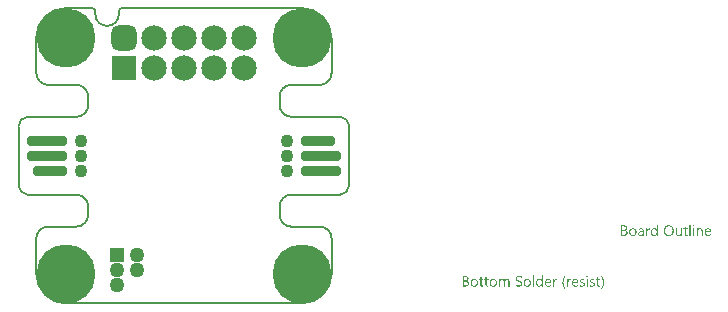
<source format=gbs>
G04*
G04 #@! TF.GenerationSoftware,Altium Limited,Altium Designer,22.4.2 (48)*
G04*
G04 Layer_Color=16711935*
%FSAX25Y25*%
%MOIN*%
G70*
G04*
G04 #@! TF.SameCoordinates,03BAF07D-572A-4E9D-8DEF-3220CFA764F5*
G04*
G04*
G04 #@! TF.FilePolarity,Negative*
G04*
G01*
G75*
%ADD14C,0.00787*%
%ADD43C,0.04331*%
%ADD44C,0.00591*%
%ADD45R,0.08465X0.08465*%
%ADD46C,0.08465*%
G04:AMPARAMS|DCode=47|XSize=84.65mil|YSize=84.65mil|CornerRadius=22.64mil|HoleSize=0mil|Usage=FLASHONLY|Rotation=180.000|XOffset=0mil|YOffset=0mil|HoleType=Round|Shape=RoundedRectangle|*
%AMROUNDEDRECTD47*
21,1,0.08465,0.03937,0,0,180.0*
21,1,0.03937,0.08465,0,0,180.0*
1,1,0.04528,-0.01968,0.01968*
1,1,0.04528,0.01968,0.01968*
1,1,0.04528,0.01968,-0.01968*
1,1,0.04528,-0.01968,-0.01968*
%
%ADD47ROUNDEDRECTD47*%
%ADD48C,0.04961*%
%ADD49R,0.04961X0.04961*%
%ADD50C,0.19685*%
G04:AMPARAMS|DCode=65|XSize=35.43mil|YSize=133.86mil|CornerRadius=13.82mil|HoleSize=0mil|Usage=FLASHONLY|Rotation=90.000|XOffset=0mil|YOffset=0mil|HoleType=Round|Shape=RoundedRectangle|*
%AMROUNDEDRECTD65*
21,1,0.03543,0.10622,0,0,90.0*
21,1,0.00780,0.13386,0,0,90.0*
1,1,0.02764,0.05311,0.00390*
1,1,0.02764,0.05311,-0.00390*
1,1,0.02764,-0.05311,-0.00390*
1,1,0.02764,-0.05311,0.00390*
%
%ADD65ROUNDEDRECTD65*%
G04:AMPARAMS|DCode=66|XSize=35.43mil|YSize=114.17mil|CornerRadius=13.82mil|HoleSize=0mil|Usage=FLASHONLY|Rotation=90.000|XOffset=0mil|YOffset=0mil|HoleType=Round|Shape=RoundedRectangle|*
%AMROUNDEDRECTD66*
21,1,0.03543,0.08653,0,0,90.0*
21,1,0.00780,0.11417,0,0,90.0*
1,1,0.02764,0.04327,0.00390*
1,1,0.02764,0.04327,-0.00390*
1,1,0.02764,-0.04327,-0.00390*
1,1,0.02764,-0.04327,0.00390*
%
%ADD66ROUNDEDRECTD66*%
G36*
X0169938Y-0023048D02*
X0169966Y-0023054D01*
X0169993Y-0023064D01*
X0170024Y-0023079D01*
X0170055Y-0023098D01*
X0170086Y-0023122D01*
X0170089Y-0023125D01*
X0170098Y-0023135D01*
X0170111Y-0023150D01*
X0170126Y-0023172D01*
X0170139Y-0023200D01*
X0170151Y-0023231D01*
X0170160Y-0023268D01*
X0170163Y-0023308D01*
Y-0023314D01*
Y-0023326D01*
X0170160Y-0023345D01*
X0170154Y-0023373D01*
X0170145Y-0023401D01*
X0170129Y-0023431D01*
X0170111Y-0023462D01*
X0170086Y-0023493D01*
X0170083Y-0023496D01*
X0170074Y-0023506D01*
X0170055Y-0023518D01*
X0170034Y-0023530D01*
X0170006Y-0023543D01*
X0169975Y-0023555D01*
X0169941Y-0023564D01*
X0169901Y-0023567D01*
X0169882D01*
X0169863Y-0023564D01*
X0169836Y-0023558D01*
X0169808Y-0023549D01*
X0169777Y-0023537D01*
X0169746Y-0023521D01*
X0169715Y-0023496D01*
X0169712Y-0023493D01*
X0169703Y-0023484D01*
X0169691Y-0023465D01*
X0169678Y-0023444D01*
X0169666Y-0023419D01*
X0169653Y-0023385D01*
X0169644Y-0023348D01*
X0169641Y-0023308D01*
Y-0023302D01*
Y-0023289D01*
X0169644Y-0023268D01*
X0169650Y-0023243D01*
X0169660Y-0023212D01*
X0169672Y-0023181D01*
X0169691Y-0023150D01*
X0169715Y-0023122D01*
X0169718Y-0023119D01*
X0169728Y-0023110D01*
X0169746Y-0023098D01*
X0169768Y-0023082D01*
X0169796Y-0023070D01*
X0169826Y-0023058D01*
X0169860Y-0023048D01*
X0169901Y-0023045D01*
X0169919D01*
X0169938Y-0023048D01*
D02*
G37*
G36*
X0157970Y-0026713D02*
X0157568D01*
Y-0026290D01*
X0157559D01*
X0157556Y-0026296D01*
X0157547Y-0026311D01*
X0157528Y-0026333D01*
X0157507Y-0026364D01*
X0157476Y-0026401D01*
X0157442Y-0026441D01*
X0157398Y-0026484D01*
X0157346Y-0026531D01*
X0157290Y-0026577D01*
X0157225Y-0026620D01*
X0157154Y-0026660D01*
X0157077Y-0026698D01*
X0156994Y-0026728D01*
X0156901Y-0026750D01*
X0156802Y-0026766D01*
X0156697Y-0026772D01*
X0156675D01*
X0156651Y-0026769D01*
X0156620Y-0026766D01*
X0156580Y-0026763D01*
X0156533Y-0026753D01*
X0156481Y-0026744D01*
X0156425Y-0026728D01*
X0156366Y-0026713D01*
X0156305Y-0026688D01*
X0156243Y-0026664D01*
X0156178Y-0026630D01*
X0156116Y-0026592D01*
X0156054Y-0026546D01*
X0155996Y-0026494D01*
X0155940Y-0026435D01*
X0155937Y-0026432D01*
X0155928Y-0026419D01*
X0155915Y-0026401D01*
X0155897Y-0026373D01*
X0155875Y-0026339D01*
X0155850Y-0026299D01*
X0155826Y-0026250D01*
X0155801Y-0026194D01*
X0155773Y-0026132D01*
X0155748Y-0026064D01*
X0155724Y-0025987D01*
X0155702Y-0025907D01*
X0155684Y-0025820D01*
X0155671Y-0025724D01*
X0155662Y-0025625D01*
X0155659Y-0025520D01*
Y-0025517D01*
Y-0025514D01*
Y-0025505D01*
Y-0025493D01*
X0155662Y-0025462D01*
X0155665Y-0025418D01*
X0155668Y-0025363D01*
X0155674Y-0025304D01*
X0155684Y-0025236D01*
X0155699Y-0025162D01*
X0155714Y-0025085D01*
X0155736Y-0025001D01*
X0155761Y-0024921D01*
X0155792Y-0024834D01*
X0155826Y-0024754D01*
X0155869Y-0024674D01*
X0155915Y-0024596D01*
X0155971Y-0024522D01*
X0155974Y-0024519D01*
X0155986Y-0024507D01*
X0156005Y-0024488D01*
X0156030Y-0024464D01*
X0156061Y-0024436D01*
X0156098Y-0024402D01*
X0156144Y-0024368D01*
X0156193Y-0024334D01*
X0156252Y-0024300D01*
X0156314Y-0024266D01*
X0156382Y-0024232D01*
X0156456Y-0024204D01*
X0156536Y-0024179D01*
X0156623Y-0024161D01*
X0156712Y-0024148D01*
X0156808Y-0024145D01*
X0156830D01*
X0156858Y-0024148D01*
X0156892Y-0024151D01*
X0156935Y-0024158D01*
X0156984Y-0024167D01*
X0157037Y-0024179D01*
X0157096Y-0024195D01*
X0157157Y-0024216D01*
X0157219Y-0024244D01*
X0157281Y-0024278D01*
X0157343Y-0024318D01*
X0157402Y-0024365D01*
X0157460Y-0024417D01*
X0157513Y-0024482D01*
X0157559Y-0024553D01*
X0157568D01*
Y-0022999D01*
X0157970D01*
Y-0026713D01*
D02*
G37*
G36*
X0172184Y-0024148D02*
X0172212D01*
X0172246Y-0024155D01*
X0172286Y-0024161D01*
X0172329Y-0024167D01*
X0172376Y-0024179D01*
X0172425Y-0024192D01*
X0172478Y-0024210D01*
X0172530Y-0024232D01*
X0172583Y-0024260D01*
X0172632Y-0024291D01*
X0172682Y-0024324D01*
X0172728Y-0024368D01*
X0172771Y-0024414D01*
X0172774Y-0024417D01*
X0172781Y-0024426D01*
X0172793Y-0024442D01*
X0172805Y-0024464D01*
X0172821Y-0024491D01*
X0172839Y-0024525D01*
X0172861Y-0024566D01*
X0172882Y-0024609D01*
X0172901Y-0024661D01*
X0172923Y-0024717D01*
X0172941Y-0024782D01*
X0172957Y-0024850D01*
X0172969Y-0024924D01*
X0172981Y-0025004D01*
X0172987Y-0025088D01*
X0172991Y-0025180D01*
Y-0026713D01*
X0172589D01*
Y-0025282D01*
Y-0025279D01*
Y-0025273D01*
Y-0025264D01*
Y-0025248D01*
X0172586Y-0025230D01*
Y-0025208D01*
X0172580Y-0025159D01*
X0172570Y-0025097D01*
X0172558Y-0025029D01*
X0172539Y-0024958D01*
X0172515Y-0024884D01*
X0172484Y-0024810D01*
X0172447Y-0024738D01*
X0172400Y-0024670D01*
X0172342Y-0024609D01*
X0172277Y-0024559D01*
X0172240Y-0024538D01*
X0172196Y-0024519D01*
X0172153Y-0024504D01*
X0172107Y-0024494D01*
X0172057Y-0024488D01*
X0172005Y-0024485D01*
X0171977D01*
X0171956Y-0024488D01*
X0171931Y-0024491D01*
X0171900Y-0024498D01*
X0171866Y-0024504D01*
X0171832Y-0024513D01*
X0171792Y-0024525D01*
X0171751Y-0024541D01*
X0171711Y-0024559D01*
X0171668Y-0024581D01*
X0171628Y-0024609D01*
X0171585Y-0024640D01*
X0171545Y-0024674D01*
X0171507Y-0024714D01*
X0171504Y-0024717D01*
X0171498Y-0024723D01*
X0171489Y-0024735D01*
X0171476Y-0024754D01*
X0171461Y-0024776D01*
X0171446Y-0024803D01*
X0171427Y-0024834D01*
X0171408Y-0024868D01*
X0171390Y-0024908D01*
X0171371Y-0024952D01*
X0171356Y-0024998D01*
X0171341Y-0025047D01*
X0171328Y-0025103D01*
X0171319Y-0025159D01*
X0171313Y-0025221D01*
X0171310Y-0025282D01*
Y-0026713D01*
X0170908D01*
Y-0024204D01*
X0171310D01*
Y-0024621D01*
X0171319D01*
X0171322Y-0024615D01*
X0171331Y-0024600D01*
X0171350Y-0024578D01*
X0171371Y-0024547D01*
X0171402Y-0024510D01*
X0171436Y-0024470D01*
X0171480Y-0024426D01*
X0171529Y-0024383D01*
X0171585Y-0024340D01*
X0171646Y-0024297D01*
X0171714Y-0024257D01*
X0171785Y-0024219D01*
X0171866Y-0024189D01*
X0171952Y-0024167D01*
X0172045Y-0024151D01*
X0172144Y-0024145D01*
X0172162D01*
X0172184Y-0024148D01*
D02*
G37*
G36*
X0155208Y-0024164D02*
X0155242D01*
X0155279Y-0024170D01*
X0155319Y-0024176D01*
X0155359Y-0024182D01*
X0155393Y-0024195D01*
Y-0024612D01*
X0155387Y-0024609D01*
X0155375Y-0024600D01*
X0155350Y-0024587D01*
X0155316Y-0024572D01*
X0155270Y-0024556D01*
X0155220Y-0024544D01*
X0155158Y-0024535D01*
X0155087Y-0024532D01*
X0155062D01*
X0155044Y-0024535D01*
X0155022Y-0024538D01*
X0154998Y-0024544D01*
X0154939Y-0024562D01*
X0154905Y-0024575D01*
X0154871Y-0024590D01*
X0154834Y-0024612D01*
X0154797Y-0024633D01*
X0154763Y-0024661D01*
X0154726Y-0024695D01*
X0154692Y-0024732D01*
X0154658Y-0024776D01*
X0154655Y-0024779D01*
X0154651Y-0024788D01*
X0154642Y-0024800D01*
X0154630Y-0024819D01*
X0154618Y-0024844D01*
X0154602Y-0024874D01*
X0154587Y-0024908D01*
X0154571Y-0024949D01*
X0154556Y-0024992D01*
X0154540Y-0025041D01*
X0154525Y-0025097D01*
X0154512Y-0025156D01*
X0154500Y-0025221D01*
X0154491Y-0025289D01*
X0154488Y-0025360D01*
X0154485Y-0025437D01*
Y-0026713D01*
X0154083D01*
Y-0024204D01*
X0154485D01*
Y-0024723D01*
X0154494D01*
Y-0024720D01*
X0154497Y-0024711D01*
X0154503Y-0024698D01*
X0154509Y-0024680D01*
X0154519Y-0024658D01*
X0154531Y-0024630D01*
X0154559Y-0024572D01*
X0154596Y-0024504D01*
X0154642Y-0024436D01*
X0154695Y-0024371D01*
X0154756Y-0024309D01*
X0154760Y-0024306D01*
X0154766Y-0024303D01*
X0154775Y-0024297D01*
X0154787Y-0024284D01*
X0154803Y-0024275D01*
X0154824Y-0024263D01*
X0154871Y-0024235D01*
X0154930Y-0024207D01*
X0154998Y-0024182D01*
X0155072Y-0024167D01*
X0155112Y-0024164D01*
X0155152Y-0024161D01*
X0155177D01*
X0155208Y-0024164D01*
D02*
G37*
G36*
X0165970Y-0026713D02*
X0165568D01*
Y-0026318D01*
X0165559D01*
X0165556Y-0026324D01*
X0165547Y-0026336D01*
X0165531Y-0026361D01*
X0165513Y-0026389D01*
X0165485Y-0026423D01*
X0165451Y-0026460D01*
X0165414Y-0026503D01*
X0165368Y-0026543D01*
X0165318Y-0026586D01*
X0165259Y-0026627D01*
X0165198Y-0026667D01*
X0165127Y-0026701D01*
X0165049Y-0026728D01*
X0164969Y-0026753D01*
X0164879Y-0026766D01*
X0164784Y-0026772D01*
X0164762D01*
X0164746Y-0026769D01*
X0164725D01*
X0164700Y-0026766D01*
X0164672Y-0026759D01*
X0164645Y-0026756D01*
X0164576Y-0026738D01*
X0164499Y-0026716D01*
X0164419Y-0026682D01*
X0164379Y-0026660D01*
X0164336Y-0026639D01*
X0164292Y-0026611D01*
X0164252Y-0026583D01*
X0164212Y-0026549D01*
X0164172Y-0026512D01*
X0164132Y-0026469D01*
X0164094Y-0026426D01*
X0164060Y-0026376D01*
X0164026Y-0026321D01*
X0163999Y-0026262D01*
X0163971Y-0026200D01*
X0163946Y-0026132D01*
X0163925Y-0026058D01*
X0163909Y-0025978D01*
X0163897Y-0025894D01*
X0163891Y-0025802D01*
X0163888Y-0025706D01*
Y-0024204D01*
X0164286D01*
Y-0025641D01*
Y-0025644D01*
Y-0025650D01*
Y-0025659D01*
Y-0025675D01*
X0164289Y-0025693D01*
Y-0025715D01*
X0164295Y-0025764D01*
X0164305Y-0025826D01*
X0164317Y-0025891D01*
X0164339Y-0025965D01*
X0164363Y-0026036D01*
X0164394Y-0026111D01*
X0164434Y-0026185D01*
X0164484Y-0026250D01*
X0164543Y-0026311D01*
X0164614Y-0026361D01*
X0164651Y-0026382D01*
X0164694Y-0026401D01*
X0164740Y-0026416D01*
X0164787Y-0026426D01*
X0164839Y-0026432D01*
X0164895Y-0026435D01*
X0164923D01*
X0164944Y-0026432D01*
X0164969Y-0026429D01*
X0164997Y-0026423D01*
X0165031Y-0026416D01*
X0165065Y-0026407D01*
X0165102Y-0026398D01*
X0165142Y-0026382D01*
X0165182Y-0026364D01*
X0165222Y-0026342D01*
X0165262Y-0026318D01*
X0165303Y-0026290D01*
X0165340Y-0026256D01*
X0165377Y-0026219D01*
X0165380Y-0026215D01*
X0165386Y-0026209D01*
X0165395Y-0026197D01*
X0165408Y-0026178D01*
X0165420Y-0026157D01*
X0165439Y-0026132D01*
X0165454Y-0026101D01*
X0165473Y-0026067D01*
X0165491Y-0026027D01*
X0165507Y-0025984D01*
X0165525Y-0025937D01*
X0165538Y-0025888D01*
X0165550Y-0025832D01*
X0165559Y-0025777D01*
X0165565Y-0025715D01*
X0165568Y-0025650D01*
Y-0024204D01*
X0165970D01*
Y-0026713D01*
D02*
G37*
G36*
X0170095D02*
X0169694D01*
Y-0024204D01*
X0170095D01*
Y-0026713D01*
D02*
G37*
G36*
X0168881D02*
X0168479D01*
Y-0022999D01*
X0168881D01*
Y-0026713D01*
D02*
G37*
G36*
X0152479Y-0024148D02*
X0152501D01*
X0152523Y-0024151D01*
X0152550Y-0024155D01*
X0152581Y-0024161D01*
X0152646Y-0024173D01*
X0152723Y-0024195D01*
X0152801Y-0024223D01*
X0152884Y-0024263D01*
X0152967Y-0024312D01*
X0153008Y-0024340D01*
X0153048Y-0024374D01*
X0153085Y-0024411D01*
X0153122Y-0024448D01*
X0153156Y-0024491D01*
X0153187Y-0024541D01*
X0153218Y-0024590D01*
X0153245Y-0024646D01*
X0153267Y-0024708D01*
X0153289Y-0024772D01*
X0153304Y-0024840D01*
X0153317Y-0024918D01*
X0153323Y-0024995D01*
X0153326Y-0025082D01*
Y-0026713D01*
X0152924D01*
Y-0026324D01*
X0152915D01*
X0152912Y-0026330D01*
X0152902Y-0026342D01*
X0152887Y-0026364D01*
X0152865Y-0026395D01*
X0152838Y-0026429D01*
X0152804Y-0026466D01*
X0152767Y-0026506D01*
X0152720Y-0026546D01*
X0152668Y-0026589D01*
X0152612Y-0026630D01*
X0152547Y-0026667D01*
X0152479Y-0026701D01*
X0152402Y-0026732D01*
X0152322Y-0026753D01*
X0152235Y-0026766D01*
X0152142Y-0026772D01*
X0152105D01*
X0152081Y-0026769D01*
X0152050Y-0026766D01*
X0152013Y-0026763D01*
X0151972Y-0026756D01*
X0151929Y-0026747D01*
X0151833Y-0026722D01*
X0151787Y-0026707D01*
X0151738Y-0026688D01*
X0151688Y-0026667D01*
X0151642Y-0026639D01*
X0151599Y-0026608D01*
X0151555Y-0026574D01*
X0151552Y-0026571D01*
X0151546Y-0026565D01*
X0151537Y-0026552D01*
X0151521Y-0026537D01*
X0151506Y-0026518D01*
X0151490Y-0026494D01*
X0151469Y-0026466D01*
X0151450Y-0026435D01*
X0151432Y-0026398D01*
X0151413Y-0026358D01*
X0151395Y-0026314D01*
X0151379Y-0026268D01*
X0151364Y-0026219D01*
X0151354Y-0026166D01*
X0151348Y-0026107D01*
X0151345Y-0026049D01*
Y-0026046D01*
Y-0026039D01*
Y-0026030D01*
X0151348Y-0026018D01*
Y-0026002D01*
X0151351Y-0025984D01*
X0151357Y-0025937D01*
X0151370Y-0025882D01*
X0151388Y-0025820D01*
X0151413Y-0025752D01*
X0151450Y-0025681D01*
X0151494Y-0025610D01*
X0151546Y-0025539D01*
X0151580Y-0025505D01*
X0151614Y-0025471D01*
X0151654Y-0025437D01*
X0151694Y-0025406D01*
X0151741Y-0025375D01*
X0151790Y-0025347D01*
X0151843Y-0025322D01*
X0151901Y-0025298D01*
X0151963Y-0025276D01*
X0152028Y-0025258D01*
X0152099Y-0025242D01*
X0152173Y-0025230D01*
X0152924Y-0025125D01*
Y-0025122D01*
Y-0025119D01*
Y-0025109D01*
Y-0025097D01*
X0152921Y-0025066D01*
X0152915Y-0025026D01*
X0152909Y-0024976D01*
X0152896Y-0024921D01*
X0152881Y-0024865D01*
X0152859Y-0024803D01*
X0152831Y-0024745D01*
X0152797Y-0024686D01*
X0152757Y-0024633D01*
X0152708Y-0024584D01*
X0152646Y-0024544D01*
X0152578Y-0024513D01*
X0152541Y-0024501D01*
X0152498Y-0024491D01*
X0152454Y-0024488D01*
X0152408Y-0024485D01*
X0152386D01*
X0152365Y-0024488D01*
X0152331Y-0024491D01*
X0152291Y-0024494D01*
X0152244Y-0024501D01*
X0152192Y-0024510D01*
X0152136Y-0024522D01*
X0152074Y-0024541D01*
X0152009Y-0024559D01*
X0151942Y-0024584D01*
X0151871Y-0024615D01*
X0151799Y-0024652D01*
X0151728Y-0024692D01*
X0151657Y-0024738D01*
X0151589Y-0024794D01*
Y-0024383D01*
X0151592Y-0024380D01*
X0151605Y-0024374D01*
X0151626Y-0024362D01*
X0151654Y-0024346D01*
X0151691Y-0024328D01*
X0151731Y-0024309D01*
X0151781Y-0024287D01*
X0151837Y-0024263D01*
X0151895Y-0024241D01*
X0151960Y-0024219D01*
X0152031Y-0024201D01*
X0152105Y-0024182D01*
X0152186Y-0024167D01*
X0152266Y-0024155D01*
X0152352Y-0024148D01*
X0152442Y-0024145D01*
X0152464D01*
X0152479Y-0024148D01*
D02*
G37*
G36*
X0146843Y-0023203D02*
X0146880Y-0023206D01*
X0146923Y-0023212D01*
X0146973Y-0023218D01*
X0147028Y-0023227D01*
X0147084Y-0023240D01*
X0147143Y-0023255D01*
X0147205Y-0023274D01*
X0147263Y-0023295D01*
X0147325Y-0023320D01*
X0147381Y-0023351D01*
X0147436Y-0023385D01*
X0147489Y-0023425D01*
X0147492Y-0023428D01*
X0147501Y-0023435D01*
X0147514Y-0023447D01*
X0147529Y-0023465D01*
X0147551Y-0023487D01*
X0147572Y-0023515D01*
X0147597Y-0023546D01*
X0147622Y-0023580D01*
X0147646Y-0023620D01*
X0147671Y-0023663D01*
X0147693Y-0023713D01*
X0147714Y-0023762D01*
X0147730Y-0023818D01*
X0147742Y-0023876D01*
X0147751Y-0023938D01*
X0147755Y-0024003D01*
Y-0024006D01*
Y-0024015D01*
Y-0024031D01*
X0147751Y-0024053D01*
X0147748Y-0024080D01*
X0147745Y-0024108D01*
X0147742Y-0024142D01*
X0147736Y-0024179D01*
X0147714Y-0024263D01*
X0147687Y-0024349D01*
X0147668Y-0024396D01*
X0147646Y-0024439D01*
X0147622Y-0024482D01*
X0147594Y-0024525D01*
X0147591Y-0024528D01*
X0147588Y-0024535D01*
X0147578Y-0024547D01*
X0147563Y-0024562D01*
X0147548Y-0024578D01*
X0147529Y-0024600D01*
X0147504Y-0024621D01*
X0147480Y-0024646D01*
X0147449Y-0024670D01*
X0147415Y-0024698D01*
X0147378Y-0024723D01*
X0147337Y-0024751D01*
X0147294Y-0024776D01*
X0147251Y-0024797D01*
X0147149Y-0024837D01*
Y-0024847D01*
X0147152D01*
X0147164Y-0024850D01*
X0147183Y-0024853D01*
X0147208Y-0024856D01*
X0147239Y-0024862D01*
X0147273Y-0024871D01*
X0147313Y-0024884D01*
X0147353Y-0024896D01*
X0147442Y-0024930D01*
X0147492Y-0024952D01*
X0147538Y-0024980D01*
X0147585Y-0025007D01*
X0147631Y-0025038D01*
X0147677Y-0025075D01*
X0147717Y-0025115D01*
X0147721Y-0025119D01*
X0147727Y-0025125D01*
X0147736Y-0025137D01*
X0147751Y-0025156D01*
X0147767Y-0025180D01*
X0147785Y-0025205D01*
X0147804Y-0025239D01*
X0147826Y-0025273D01*
X0147844Y-0025313D01*
X0147863Y-0025360D01*
X0147881Y-0025406D01*
X0147897Y-0025458D01*
X0147912Y-0025517D01*
X0147921Y-0025576D01*
X0147928Y-0025638D01*
X0147931Y-0025706D01*
Y-0025712D01*
Y-0025724D01*
X0147928Y-0025749D01*
X0147924Y-0025780D01*
X0147921Y-0025820D01*
X0147912Y-0025863D01*
X0147903Y-0025913D01*
X0147890Y-0025965D01*
X0147872Y-0026024D01*
X0147850Y-0026083D01*
X0147826Y-0026141D01*
X0147795Y-0026203D01*
X0147758Y-0026265D01*
X0147714Y-0026324D01*
X0147665Y-0026379D01*
X0147606Y-0026435D01*
X0147603Y-0026438D01*
X0147591Y-0026447D01*
X0147572Y-0026460D01*
X0147548Y-0026478D01*
X0147517Y-0026500D01*
X0147476Y-0026521D01*
X0147433Y-0026549D01*
X0147384Y-0026574D01*
X0147325Y-0026599D01*
X0147263Y-0026623D01*
X0147198Y-0026648D01*
X0147124Y-0026670D01*
X0147047Y-0026688D01*
X0146967Y-0026701D01*
X0146880Y-0026710D01*
X0146791Y-0026713D01*
X0145768D01*
Y-0023200D01*
X0146809D01*
X0146843Y-0023203D01*
D02*
G37*
G36*
X0167311Y-0024204D02*
X0167945D01*
Y-0024550D01*
X0167311D01*
Y-0025962D01*
Y-0025965D01*
Y-0025975D01*
Y-0025987D01*
Y-0026002D01*
X0167314Y-0026024D01*
X0167317Y-0026049D01*
X0167324Y-0026101D01*
X0167333Y-0026163D01*
X0167348Y-0026222D01*
X0167370Y-0026277D01*
X0167382Y-0026302D01*
X0167398Y-0026324D01*
X0167401Y-0026327D01*
X0167413Y-0026339D01*
X0167435Y-0026358D01*
X0167466Y-0026376D01*
X0167506Y-0026398D01*
X0167555Y-0026413D01*
X0167614Y-0026426D01*
X0167682Y-0026432D01*
X0167707D01*
X0167735Y-0026429D01*
X0167772Y-0026423D01*
X0167812Y-0026410D01*
X0167858Y-0026398D01*
X0167901Y-0026376D01*
X0167945Y-0026348D01*
Y-0026691D01*
X0167942D01*
X0167938Y-0026695D01*
X0167929Y-0026698D01*
X0167920Y-0026704D01*
X0167886Y-0026716D01*
X0167846Y-0026728D01*
X0167790Y-0026741D01*
X0167725Y-0026753D01*
X0167651Y-0026763D01*
X0167568Y-0026766D01*
X0167540D01*
X0167506Y-0026759D01*
X0167466Y-0026753D01*
X0167416Y-0026744D01*
X0167361Y-0026725D01*
X0167299Y-0026704D01*
X0167240Y-0026673D01*
X0167178Y-0026636D01*
X0167116Y-0026586D01*
X0167061Y-0026528D01*
X0167036Y-0026494D01*
X0167011Y-0026456D01*
X0166990Y-0026416D01*
X0166971Y-0026373D01*
X0166953Y-0026327D01*
X0166937Y-0026274D01*
X0166925Y-0026222D01*
X0166916Y-0026163D01*
X0166913Y-0026101D01*
X0166910Y-0026033D01*
Y-0024550D01*
X0166480D01*
Y-0024204D01*
X0166910D01*
Y-0023592D01*
X0167311Y-0023462D01*
Y-0024204D01*
D02*
G37*
G36*
X0174780Y-0024148D02*
X0174814Y-0024151D01*
X0174857Y-0024155D01*
X0174903Y-0024161D01*
X0174956Y-0024173D01*
X0175012Y-0024185D01*
X0175073Y-0024201D01*
X0175135Y-0024223D01*
X0175197Y-0024250D01*
X0175262Y-0024281D01*
X0175324Y-0024318D01*
X0175382Y-0024362D01*
X0175441Y-0024411D01*
X0175494Y-0024467D01*
X0175497Y-0024470D01*
X0175506Y-0024482D01*
X0175518Y-0024501D01*
X0175537Y-0024525D01*
X0175555Y-0024556D01*
X0175580Y-0024596D01*
X0175605Y-0024643D01*
X0175629Y-0024695D01*
X0175654Y-0024757D01*
X0175679Y-0024822D01*
X0175704Y-0024896D01*
X0175722Y-0024973D01*
X0175741Y-0025060D01*
X0175753Y-0025150D01*
X0175762Y-0025248D01*
X0175765Y-0025350D01*
Y-0025561D01*
X0173992D01*
Y-0025567D01*
Y-0025579D01*
X0173995Y-0025601D01*
X0173998Y-0025628D01*
X0174001Y-0025666D01*
X0174007Y-0025706D01*
X0174013Y-0025749D01*
X0174026Y-0025798D01*
X0174054Y-0025903D01*
X0174072Y-0025956D01*
X0174094Y-0026012D01*
X0174118Y-0026064D01*
X0174146Y-0026117D01*
X0174180Y-0026163D01*
X0174217Y-0026209D01*
X0174220Y-0026212D01*
X0174227Y-0026219D01*
X0174239Y-0026231D01*
X0174258Y-0026243D01*
X0174279Y-0026262D01*
X0174307Y-0026280D01*
X0174338Y-0026302D01*
X0174372Y-0026321D01*
X0174412Y-0026342D01*
X0174458Y-0026364D01*
X0174505Y-0026382D01*
X0174560Y-0026401D01*
X0174616Y-0026413D01*
X0174678Y-0026426D01*
X0174743Y-0026432D01*
X0174811Y-0026435D01*
X0174829D01*
X0174851Y-0026432D01*
X0174882D01*
X0174919Y-0026426D01*
X0174962Y-0026419D01*
X0175012Y-0026410D01*
X0175067Y-0026401D01*
X0175126Y-0026386D01*
X0175188Y-0026367D01*
X0175252Y-0026345D01*
X0175317Y-0026318D01*
X0175385Y-0026287D01*
X0175453Y-0026250D01*
X0175521Y-0026206D01*
X0175589Y-0026157D01*
Y-0026534D01*
X0175586Y-0026537D01*
X0175574Y-0026543D01*
X0175555Y-0026555D01*
X0175531Y-0026571D01*
X0175497Y-0026589D01*
X0175456Y-0026608D01*
X0175410Y-0026630D01*
X0175357Y-0026651D01*
X0175296Y-0026676D01*
X0175231Y-0026698D01*
X0175160Y-0026716D01*
X0175083Y-0026735D01*
X0174999Y-0026750D01*
X0174909Y-0026763D01*
X0174814Y-0026769D01*
X0174715Y-0026772D01*
X0174690D01*
X0174665Y-0026769D01*
X0174628Y-0026766D01*
X0174582Y-0026763D01*
X0174529Y-0026753D01*
X0174474Y-0026744D01*
X0174412Y-0026728D01*
X0174347Y-0026710D01*
X0174279Y-0026688D01*
X0174208Y-0026660D01*
X0174140Y-0026630D01*
X0174069Y-0026589D01*
X0174004Y-0026543D01*
X0173939Y-0026491D01*
X0173881Y-0026432D01*
X0173877Y-0026429D01*
X0173868Y-0026416D01*
X0173853Y-0026395D01*
X0173834Y-0026367D01*
X0173810Y-0026333D01*
X0173785Y-0026290D01*
X0173757Y-0026240D01*
X0173729Y-0026182D01*
X0173701Y-0026120D01*
X0173673Y-0026046D01*
X0173649Y-0025968D01*
X0173624Y-0025882D01*
X0173606Y-0025789D01*
X0173590Y-0025690D01*
X0173581Y-0025582D01*
X0173578Y-0025471D01*
Y-0025468D01*
Y-0025465D01*
Y-0025455D01*
Y-0025446D01*
X0173581Y-0025415D01*
X0173584Y-0025372D01*
X0173587Y-0025322D01*
X0173596Y-0025267D01*
X0173606Y-0025202D01*
X0173618Y-0025131D01*
X0173636Y-0025057D01*
X0173658Y-0024980D01*
X0173686Y-0024899D01*
X0173717Y-0024819D01*
X0173754Y-0024742D01*
X0173800Y-0024661D01*
X0173850Y-0024587D01*
X0173908Y-0024516D01*
X0173911Y-0024513D01*
X0173924Y-0024501D01*
X0173942Y-0024482D01*
X0173967Y-0024457D01*
X0174001Y-0024430D01*
X0174041Y-0024399D01*
X0174084Y-0024365D01*
X0174137Y-0024331D01*
X0174193Y-0024297D01*
X0174258Y-0024263D01*
X0174326Y-0024232D01*
X0174397Y-0024204D01*
X0174474Y-0024179D01*
X0174557Y-0024161D01*
X0174644Y-0024148D01*
X0174733Y-0024145D01*
X0174755D01*
X0174780Y-0024148D01*
D02*
G37*
G36*
X0161737Y-0023144D02*
X0161758D01*
X0161780Y-0023147D01*
X0161808D01*
X0161870Y-0023156D01*
X0161941Y-0023166D01*
X0162021Y-0023181D01*
X0162108Y-0023203D01*
X0162197Y-0023227D01*
X0162293Y-0023261D01*
X0162389Y-0023302D01*
X0162488Y-0023348D01*
X0162587Y-0023404D01*
X0162679Y-0023469D01*
X0162772Y-0023546D01*
X0162858Y-0023632D01*
X0162865Y-0023639D01*
X0162877Y-0023654D01*
X0162899Y-0023682D01*
X0162930Y-0023722D01*
X0162961Y-0023771D01*
X0163001Y-0023830D01*
X0163041Y-0023898D01*
X0163081Y-0023975D01*
X0163121Y-0024065D01*
X0163161Y-0024161D01*
X0163201Y-0024266D01*
X0163235Y-0024380D01*
X0163263Y-0024504D01*
X0163285Y-0024633D01*
X0163297Y-0024769D01*
X0163303Y-0024915D01*
Y-0024918D01*
Y-0024924D01*
Y-0024936D01*
Y-0024952D01*
X0163300Y-0024973D01*
Y-0024998D01*
X0163297Y-0025026D01*
Y-0025057D01*
X0163294Y-0025091D01*
X0163291Y-0025128D01*
X0163279Y-0025211D01*
X0163266Y-0025307D01*
X0163248Y-0025406D01*
X0163223Y-0025514D01*
X0163192Y-0025625D01*
X0163155Y-0025737D01*
X0163112Y-0025851D01*
X0163059Y-0025962D01*
X0162998Y-0026073D01*
X0162926Y-0026175D01*
X0162846Y-0026274D01*
X0162840Y-0026280D01*
X0162824Y-0026296D01*
X0162800Y-0026321D01*
X0162763Y-0026351D01*
X0162716Y-0026389D01*
X0162661Y-0026432D01*
X0162599Y-0026475D01*
X0162525Y-0026521D01*
X0162441Y-0026568D01*
X0162349Y-0026614D01*
X0162250Y-0026657D01*
X0162142Y-0026695D01*
X0162024Y-0026725D01*
X0161901Y-0026750D01*
X0161768Y-0026766D01*
X0161629Y-0026772D01*
X0161595D01*
X0161579Y-0026769D01*
X0161558D01*
X0161533Y-0026766D01*
X0161505Y-0026763D01*
X0161440Y-0026756D01*
X0161369Y-0026747D01*
X0161286Y-0026732D01*
X0161199Y-0026710D01*
X0161103Y-0026685D01*
X0161008Y-0026651D01*
X0160909Y-0026611D01*
X0160807Y-0026565D01*
X0160708Y-0026509D01*
X0160612Y-0026441D01*
X0160516Y-0026367D01*
X0160430Y-0026280D01*
X0160424Y-0026274D01*
X0160411Y-0026259D01*
X0160390Y-0026231D01*
X0160359Y-0026191D01*
X0160325Y-0026141D01*
X0160288Y-0026083D01*
X0160248Y-0026015D01*
X0160207Y-0025934D01*
X0160164Y-0025848D01*
X0160124Y-0025752D01*
X0160087Y-0025647D01*
X0160053Y-0025533D01*
X0160022Y-0025409D01*
X0160000Y-0025279D01*
X0159988Y-0025143D01*
X0159982Y-0024998D01*
Y-0024995D01*
Y-0024989D01*
Y-0024976D01*
Y-0024961D01*
X0159985Y-0024939D01*
Y-0024918D01*
X0159988Y-0024890D01*
Y-0024859D01*
X0159991Y-0024825D01*
X0159997Y-0024785D01*
X0160006Y-0024704D01*
X0160019Y-0024612D01*
X0160040Y-0024513D01*
X0160062Y-0024405D01*
X0160093Y-0024297D01*
X0160130Y-0024185D01*
X0160173Y-0024071D01*
X0160226Y-0023960D01*
X0160288Y-0023852D01*
X0160359Y-0023747D01*
X0160439Y-0023648D01*
X0160445Y-0023642D01*
X0160461Y-0023626D01*
X0160485Y-0023601D01*
X0160522Y-0023567D01*
X0160569Y-0023530D01*
X0160627Y-0023487D01*
X0160692Y-0023441D01*
X0160767Y-0023394D01*
X0160853Y-0023348D01*
X0160946Y-0023302D01*
X0161048Y-0023258D01*
X0161159Y-0023221D01*
X0161279Y-0023187D01*
X0161406Y-0023163D01*
X0161542Y-0023147D01*
X0161687Y-0023141D01*
X0161718D01*
X0161737Y-0023144D01*
D02*
G37*
G36*
X0149751Y-0024148D02*
X0149791Y-0024151D01*
X0149837Y-0024155D01*
X0149893Y-0024164D01*
X0149952Y-0024173D01*
X0150016Y-0024189D01*
X0150087Y-0024207D01*
X0150159Y-0024229D01*
X0150230Y-0024257D01*
X0150304Y-0024291D01*
X0150375Y-0024331D01*
X0150446Y-0024377D01*
X0150511Y-0024430D01*
X0150573Y-0024491D01*
X0150576Y-0024494D01*
X0150585Y-0024507D01*
X0150601Y-0024528D01*
X0150622Y-0024556D01*
X0150647Y-0024590D01*
X0150672Y-0024633D01*
X0150702Y-0024683D01*
X0150730Y-0024742D01*
X0150761Y-0024806D01*
X0150789Y-0024878D01*
X0150814Y-0024955D01*
X0150838Y-0025041D01*
X0150860Y-0025134D01*
X0150875Y-0025233D01*
X0150885Y-0025338D01*
X0150888Y-0025449D01*
Y-0025452D01*
Y-0025455D01*
Y-0025465D01*
Y-0025477D01*
X0150885Y-0025508D01*
X0150882Y-0025548D01*
X0150879Y-0025601D01*
X0150869Y-0025659D01*
X0150860Y-0025724D01*
X0150845Y-0025795D01*
X0150826Y-0025870D01*
X0150804Y-0025950D01*
X0150777Y-0026030D01*
X0150746Y-0026111D01*
X0150706Y-0026191D01*
X0150659Y-0026268D01*
X0150607Y-0026342D01*
X0150548Y-0026413D01*
X0150545Y-0026416D01*
X0150532Y-0026429D01*
X0150514Y-0026447D01*
X0150486Y-0026469D01*
X0150452Y-0026497D01*
X0150412Y-0026528D01*
X0150363Y-0026559D01*
X0150307Y-0026592D01*
X0150245Y-0026627D01*
X0150177Y-0026657D01*
X0150103Y-0026688D01*
X0150023Y-0026716D01*
X0149933Y-0026738D01*
X0149840Y-0026756D01*
X0149744Y-0026769D01*
X0149639Y-0026772D01*
X0149615D01*
X0149587Y-0026769D01*
X0149547Y-0026766D01*
X0149500Y-0026763D01*
X0149445Y-0026753D01*
X0149386Y-0026744D01*
X0149321Y-0026728D01*
X0149250Y-0026710D01*
X0149179Y-0026685D01*
X0149105Y-0026657D01*
X0149031Y-0026623D01*
X0148957Y-0026583D01*
X0148882Y-0026537D01*
X0148814Y-0026484D01*
X0148750Y-0026423D01*
X0148747Y-0026419D01*
X0148734Y-0026407D01*
X0148719Y-0026386D01*
X0148697Y-0026358D01*
X0148672Y-0026324D01*
X0148644Y-0026280D01*
X0148617Y-0026231D01*
X0148586Y-0026172D01*
X0148555Y-0026111D01*
X0148524Y-0026039D01*
X0148496Y-0025962D01*
X0148471Y-0025879D01*
X0148450Y-0025792D01*
X0148434Y-0025696D01*
X0148422Y-0025594D01*
X0148419Y-0025489D01*
Y-0025486D01*
Y-0025483D01*
Y-0025474D01*
Y-0025462D01*
X0148422Y-0025428D01*
X0148425Y-0025384D01*
X0148428Y-0025332D01*
X0148438Y-0025270D01*
X0148447Y-0025202D01*
X0148462Y-0025128D01*
X0148481Y-0025051D01*
X0148502Y-0024970D01*
X0148530Y-0024887D01*
X0148564Y-0024803D01*
X0148604Y-0024723D01*
X0148648Y-0024646D01*
X0148700Y-0024572D01*
X0148762Y-0024501D01*
X0148765Y-0024498D01*
X0148777Y-0024485D01*
X0148799Y-0024467D01*
X0148827Y-0024445D01*
X0148861Y-0024417D01*
X0148904Y-0024389D01*
X0148953Y-0024355D01*
X0149009Y-0024321D01*
X0149071Y-0024291D01*
X0149142Y-0024257D01*
X0149219Y-0024229D01*
X0149303Y-0024201D01*
X0149392Y-0024179D01*
X0149488Y-0024161D01*
X0149590Y-0024148D01*
X0149698Y-0024145D01*
X0149723D01*
X0149751Y-0024148D01*
D02*
G37*
G36*
X0134492Y-0039928D02*
X0134520Y-0039934D01*
X0134548Y-0039943D01*
X0134579Y-0039959D01*
X0134610Y-0039977D01*
X0134641Y-0040002D01*
X0134644Y-0040005D01*
X0134653Y-0040014D01*
X0134666Y-0040030D01*
X0134681Y-0040051D01*
X0134693Y-0040079D01*
X0134706Y-0040110D01*
X0134715Y-0040147D01*
X0134718Y-0040187D01*
Y-0040194D01*
Y-0040206D01*
X0134715Y-0040224D01*
X0134709Y-0040252D01*
X0134699Y-0040280D01*
X0134684Y-0040311D01*
X0134666Y-0040342D01*
X0134641Y-0040373D01*
X0134638Y-0040376D01*
X0134628Y-0040385D01*
X0134610Y-0040398D01*
X0134588Y-0040410D01*
X0134560Y-0040422D01*
X0134529Y-0040435D01*
X0134495Y-0040444D01*
X0134455Y-0040447D01*
X0134437D01*
X0134418Y-0040444D01*
X0134390Y-0040438D01*
X0134363Y-0040429D01*
X0134332Y-0040416D01*
X0134301Y-0040401D01*
X0134270Y-0040376D01*
X0134267Y-0040373D01*
X0134258Y-0040364D01*
X0134245Y-0040345D01*
X0134233Y-0040323D01*
X0134221Y-0040299D01*
X0134208Y-0040265D01*
X0134199Y-0040228D01*
X0134196Y-0040187D01*
Y-0040181D01*
Y-0040169D01*
X0134199Y-0040147D01*
X0134205Y-0040123D01*
X0134214Y-0040092D01*
X0134227Y-0040061D01*
X0134245Y-0040030D01*
X0134270Y-0040002D01*
X0134273Y-0039999D01*
X0134282Y-0039990D01*
X0134301Y-0039977D01*
X0134323Y-0039962D01*
X0134350Y-0039950D01*
X0134381Y-0039937D01*
X0134415Y-0039928D01*
X0134455Y-0039925D01*
X0134474D01*
X0134492Y-0039928D01*
D02*
G37*
G36*
X0111914Y-0040024D02*
X0111957D01*
X0112006Y-0040027D01*
X0112062Y-0040030D01*
X0112121Y-0040036D01*
X0112244Y-0040051D01*
X0112368Y-0040073D01*
X0112430Y-0040089D01*
X0112485Y-0040104D01*
X0112541Y-0040126D01*
X0112587Y-0040147D01*
Y-0040611D01*
X0112584Y-0040608D01*
X0112572Y-0040602D01*
X0112557Y-0040592D01*
X0112532Y-0040577D01*
X0112501Y-0040561D01*
X0112464Y-0040543D01*
X0112421Y-0040521D01*
X0112371Y-0040503D01*
X0112315Y-0040481D01*
X0112254Y-0040462D01*
X0112189Y-0040444D01*
X0112118Y-0040429D01*
X0112044Y-0040413D01*
X0111963Y-0040404D01*
X0111877Y-0040398D01*
X0111787Y-0040394D01*
X0111738D01*
X0111704Y-0040398D01*
X0111663Y-0040401D01*
X0111617Y-0040407D01*
X0111568Y-0040413D01*
X0111518Y-0040422D01*
X0111512D01*
X0111497Y-0040429D01*
X0111472Y-0040435D01*
X0111438Y-0040444D01*
X0111401Y-0040456D01*
X0111361Y-0040472D01*
X0111317Y-0040493D01*
X0111277Y-0040515D01*
X0111274Y-0040518D01*
X0111259Y-0040527D01*
X0111240Y-0040540D01*
X0111215Y-0040558D01*
X0111191Y-0040583D01*
X0111160Y-0040611D01*
X0111132Y-0040642D01*
X0111107Y-0040679D01*
X0111104Y-0040682D01*
X0111098Y-0040697D01*
X0111086Y-0040719D01*
X0111076Y-0040747D01*
X0111064Y-0040781D01*
X0111052Y-0040824D01*
X0111046Y-0040870D01*
X0111042Y-0040923D01*
Y-0040929D01*
Y-0040944D01*
X0111046Y-0040972D01*
X0111049Y-0041003D01*
X0111055Y-0041040D01*
X0111064Y-0041080D01*
X0111076Y-0041121D01*
X0111092Y-0041158D01*
X0111095Y-0041161D01*
X0111101Y-0041173D01*
X0111114Y-0041192D01*
X0111129Y-0041216D01*
X0111151Y-0041244D01*
X0111175Y-0041275D01*
X0111206Y-0041306D01*
X0111240Y-0041337D01*
X0111243Y-0041340D01*
X0111259Y-0041349D01*
X0111280Y-0041368D01*
X0111308Y-0041386D01*
X0111342Y-0041411D01*
X0111382Y-0041436D01*
X0111429Y-0041467D01*
X0111478Y-0041495D01*
X0111481D01*
X0111484Y-0041498D01*
X0111503Y-0041507D01*
X0111534Y-0041522D01*
X0111571Y-0041544D01*
X0111620Y-0041566D01*
X0111676Y-0041593D01*
X0111738Y-0041624D01*
X0111802Y-0041658D01*
X0111806D01*
X0111812Y-0041661D01*
X0111821Y-0041668D01*
X0111833Y-0041674D01*
X0111852Y-0041683D01*
X0111871Y-0041692D01*
X0111917Y-0041717D01*
X0111972Y-0041748D01*
X0112034Y-0041782D01*
X0112096Y-0041816D01*
X0112161Y-0041856D01*
X0112164D01*
X0112167Y-0041859D01*
X0112176Y-0041865D01*
X0112189Y-0041875D01*
X0112223Y-0041896D01*
X0112263Y-0041924D01*
X0112309Y-0041958D01*
X0112359Y-0041995D01*
X0112408Y-0042038D01*
X0112458Y-0042085D01*
X0112464Y-0042091D01*
X0112479Y-0042106D01*
X0112501Y-0042131D01*
X0112532Y-0042165D01*
X0112563Y-0042205D01*
X0112597Y-0042252D01*
X0112628Y-0042304D01*
X0112659Y-0042360D01*
Y-0042363D01*
X0112662Y-0042366D01*
X0112665Y-0042375D01*
X0112671Y-0042388D01*
X0112683Y-0042418D01*
X0112699Y-0042459D01*
X0112711Y-0042511D01*
X0112723Y-0042570D01*
X0112733Y-0042635D01*
X0112736Y-0042706D01*
Y-0042709D01*
Y-0042718D01*
Y-0042731D01*
Y-0042749D01*
X0112733Y-0042771D01*
X0112730Y-0042799D01*
X0112726Y-0042826D01*
X0112723Y-0042857D01*
X0112711Y-0042928D01*
X0112692Y-0043002D01*
X0112668Y-0043077D01*
X0112634Y-0043148D01*
Y-0043151D01*
X0112631Y-0043157D01*
X0112625Y-0043166D01*
X0112615Y-0043179D01*
X0112594Y-0043209D01*
X0112563Y-0043253D01*
X0112522Y-0043299D01*
X0112476Y-0043349D01*
X0112421Y-0043395D01*
X0112359Y-0043441D01*
X0112356D01*
X0112349Y-0043447D01*
X0112340Y-0043450D01*
X0112328Y-0043460D01*
X0112312Y-0043469D01*
X0112291Y-0043478D01*
X0112244Y-0043503D01*
X0112186Y-0043528D01*
X0112118Y-0043556D01*
X0112044Y-0043580D01*
X0111960Y-0043602D01*
X0111957D01*
X0111951Y-0043605D01*
X0111939D01*
X0111920Y-0043608D01*
X0111901Y-0043614D01*
X0111877Y-0043617D01*
X0111849Y-0043620D01*
X0111815Y-0043627D01*
X0111744Y-0043636D01*
X0111663Y-0043642D01*
X0111577Y-0043648D01*
X0111484Y-0043651D01*
X0111450D01*
X0111429Y-0043648D01*
X0111398D01*
X0111361Y-0043645D01*
X0111320Y-0043642D01*
X0111277Y-0043636D01*
X0111271D01*
X0111256Y-0043633D01*
X0111231Y-0043630D01*
X0111200Y-0043627D01*
X0111163Y-0043620D01*
X0111120Y-0043614D01*
X0111076Y-0043608D01*
X0111027Y-0043599D01*
X0111021D01*
X0111005Y-0043596D01*
X0110981Y-0043590D01*
X0110950Y-0043580D01*
X0110913Y-0043574D01*
X0110872Y-0043562D01*
X0110786Y-0043537D01*
X0110780Y-0043534D01*
X0110767Y-0043531D01*
X0110746Y-0043522D01*
X0110721Y-0043512D01*
X0110693Y-0043500D01*
X0110662Y-0043485D01*
X0110631Y-0043469D01*
X0110604Y-0043450D01*
Y-0042965D01*
X0110607Y-0042968D01*
X0110619Y-0042978D01*
X0110638Y-0042993D01*
X0110659Y-0043009D01*
X0110690Y-0043030D01*
X0110724Y-0043052D01*
X0110761Y-0043077D01*
X0110804Y-0043098D01*
X0110811Y-0043101D01*
X0110826Y-0043108D01*
X0110848Y-0043120D01*
X0110879Y-0043132D01*
X0110916Y-0043148D01*
X0110956Y-0043166D01*
X0111002Y-0043185D01*
X0111049Y-0043200D01*
X0111055Y-0043203D01*
X0111070Y-0043206D01*
X0111098Y-0043213D01*
X0111129Y-0043222D01*
X0111169Y-0043234D01*
X0111212Y-0043244D01*
X0111308Y-0043262D01*
X0111314D01*
X0111330Y-0043265D01*
X0111354Y-0043268D01*
X0111389Y-0043271D01*
X0111426Y-0043277D01*
X0111466Y-0043281D01*
X0111549Y-0043284D01*
X0111586D01*
X0111611Y-0043281D01*
X0111642D01*
X0111679Y-0043277D01*
X0111719Y-0043271D01*
X0111762Y-0043265D01*
X0111855Y-0043250D01*
X0111948Y-0043225D01*
X0112037Y-0043191D01*
X0112078Y-0043169D01*
X0112115Y-0043145D01*
X0112118Y-0043141D01*
X0112124Y-0043138D01*
X0112133Y-0043129D01*
X0112145Y-0043117D01*
X0112158Y-0043104D01*
X0112173Y-0043086D01*
X0112192Y-0043064D01*
X0112210Y-0043040D01*
X0112226Y-0043012D01*
X0112244Y-0042984D01*
X0112275Y-0042913D01*
X0112285Y-0042873D01*
X0112294Y-0042829D01*
X0112300Y-0042786D01*
X0112303Y-0042737D01*
Y-0042734D01*
Y-0042731D01*
Y-0042712D01*
X0112300Y-0042687D01*
X0112297Y-0042653D01*
X0112288Y-0042613D01*
X0112278Y-0042573D01*
X0112263Y-0042530D01*
X0112241Y-0042489D01*
X0112238Y-0042483D01*
X0112229Y-0042471D01*
X0112217Y-0042452D01*
X0112198Y-0042425D01*
X0112173Y-0042397D01*
X0112143Y-0042363D01*
X0112109Y-0042332D01*
X0112068Y-0042298D01*
X0112062Y-0042295D01*
X0112050Y-0042283D01*
X0112025Y-0042264D01*
X0111994Y-0042242D01*
X0111954Y-0042218D01*
X0111911Y-0042190D01*
X0111861Y-0042159D01*
X0111806Y-0042131D01*
X0111802D01*
X0111800Y-0042128D01*
X0111790Y-0042122D01*
X0111781Y-0042116D01*
X0111750Y-0042100D01*
X0111710Y-0042079D01*
X0111660Y-0042054D01*
X0111605Y-0042026D01*
X0111546Y-0041995D01*
X0111481Y-0041961D01*
X0111478D01*
X0111472Y-0041958D01*
X0111463Y-0041952D01*
X0111450Y-0041946D01*
X0111416Y-0041927D01*
X0111370Y-0041902D01*
X0111317Y-0041875D01*
X0111259Y-0041844D01*
X0111138Y-0041773D01*
X0111135D01*
X0111132Y-0041769D01*
X0111123Y-0041763D01*
X0111110Y-0041757D01*
X0111083Y-0041736D01*
X0111046Y-0041711D01*
X0111002Y-0041680D01*
X0110956Y-0041643D01*
X0110909Y-0041606D01*
X0110863Y-0041563D01*
X0110857Y-0041556D01*
X0110845Y-0041541D01*
X0110823Y-0041519D01*
X0110795Y-0041488D01*
X0110767Y-0041448D01*
X0110737Y-0041405D01*
X0110706Y-0041355D01*
X0110678Y-0041303D01*
Y-0041300D01*
X0110675Y-0041297D01*
X0110672Y-0041287D01*
X0110669Y-0041275D01*
X0110656Y-0041244D01*
X0110644Y-0041204D01*
X0110631Y-0041155D01*
X0110619Y-0041096D01*
X0110613Y-0041031D01*
X0110610Y-0040960D01*
Y-0040957D01*
Y-0040951D01*
Y-0040935D01*
X0110613Y-0040920D01*
Y-0040898D01*
X0110616Y-0040873D01*
X0110622Y-0040818D01*
X0110635Y-0040753D01*
X0110653Y-0040682D01*
X0110681Y-0040611D01*
X0110715Y-0040543D01*
Y-0040540D01*
X0110721Y-0040534D01*
X0110727Y-0040524D01*
X0110733Y-0040512D01*
X0110758Y-0040481D01*
X0110789Y-0040438D01*
X0110829Y-0040391D01*
X0110875Y-0040342D01*
X0110928Y-0040296D01*
X0110990Y-0040249D01*
X0110993D01*
X0110999Y-0040243D01*
X0111008Y-0040237D01*
X0111021Y-0040231D01*
X0111036Y-0040221D01*
X0111055Y-0040209D01*
X0111104Y-0040184D01*
X0111163Y-0040157D01*
X0111228Y-0040129D01*
X0111302Y-0040101D01*
X0111382Y-0040079D01*
X0111385D01*
X0111392Y-0040076D01*
X0111404Y-0040073D01*
X0111419Y-0040070D01*
X0111441Y-0040067D01*
X0111463Y-0040061D01*
X0111490Y-0040055D01*
X0111521Y-0040048D01*
X0111589Y-0040039D01*
X0111663Y-0040030D01*
X0111747Y-0040024D01*
X0111830Y-0040021D01*
X0111880D01*
X0111914Y-0040024D01*
D02*
G37*
G36*
X0119679Y-0043593D02*
X0119277D01*
Y-0043169D01*
X0119268D01*
X0119265Y-0043176D01*
X0119256Y-0043191D01*
X0119237Y-0043213D01*
X0119216Y-0043244D01*
X0119185Y-0043281D01*
X0119151Y-0043321D01*
X0119107Y-0043364D01*
X0119055Y-0043410D01*
X0118999Y-0043457D01*
X0118934Y-0043500D01*
X0118863Y-0043540D01*
X0118786Y-0043577D01*
X0118702Y-0043608D01*
X0118610Y-0043630D01*
X0118511Y-0043645D01*
X0118406Y-0043651D01*
X0118384D01*
X0118359Y-0043648D01*
X0118329Y-0043645D01*
X0118289Y-0043642D01*
X0118242Y-0043633D01*
X0118190Y-0043624D01*
X0118134Y-0043608D01*
X0118075Y-0043593D01*
X0118013Y-0043568D01*
X0117952Y-0043543D01*
X0117887Y-0043509D01*
X0117825Y-0043472D01*
X0117763Y-0043426D01*
X0117704Y-0043373D01*
X0117649Y-0043314D01*
X0117646Y-0043312D01*
X0117637Y-0043299D01*
X0117624Y-0043281D01*
X0117606Y-0043253D01*
X0117584Y-0043219D01*
X0117559Y-0043179D01*
X0117534Y-0043129D01*
X0117510Y-0043073D01*
X0117482Y-0043012D01*
X0117457Y-0042944D01*
X0117432Y-0042867D01*
X0117411Y-0042786D01*
X0117392Y-0042700D01*
X0117380Y-0042604D01*
X0117371Y-0042505D01*
X0117368Y-0042400D01*
Y-0042397D01*
Y-0042394D01*
Y-0042384D01*
Y-0042372D01*
X0117371Y-0042341D01*
X0117374Y-0042298D01*
X0117377Y-0042242D01*
X0117383Y-0042184D01*
X0117392Y-0042116D01*
X0117408Y-0042042D01*
X0117423Y-0041964D01*
X0117445Y-0041881D01*
X0117470Y-0041800D01*
X0117500Y-0041714D01*
X0117534Y-0041634D01*
X0117578Y-0041553D01*
X0117624Y-0041476D01*
X0117680Y-0041402D01*
X0117683Y-0041399D01*
X0117695Y-0041386D01*
X0117714Y-0041368D01*
X0117738Y-0041343D01*
X0117769Y-0041315D01*
X0117806Y-0041281D01*
X0117853Y-0041247D01*
X0117902Y-0041213D01*
X0117961Y-0041179D01*
X0118023Y-0041145D01*
X0118091Y-0041111D01*
X0118165Y-0041084D01*
X0118245Y-0041059D01*
X0118332Y-0041040D01*
X0118421Y-0041028D01*
X0118517Y-0041025D01*
X0118539D01*
X0118567Y-0041028D01*
X0118600Y-0041031D01*
X0118644Y-0041037D01*
X0118693Y-0041047D01*
X0118746Y-0041059D01*
X0118805Y-0041074D01*
X0118866Y-0041096D01*
X0118928Y-0041124D01*
X0118990Y-0041158D01*
X0119052Y-0041198D01*
X0119110Y-0041244D01*
X0119169Y-0041297D01*
X0119222Y-0041362D01*
X0119268Y-0041433D01*
X0119277D01*
Y-0039878D01*
X0119679D01*
Y-0043593D01*
D02*
G37*
G36*
X0136331Y-0041028D02*
X0136359D01*
X0136393Y-0041031D01*
X0136430Y-0041034D01*
X0136470Y-0041040D01*
X0136563Y-0041053D01*
X0136659Y-0041074D01*
X0136760Y-0041102D01*
X0136859Y-0041139D01*
Y-0041547D01*
X0136856Y-0041544D01*
X0136847Y-0041538D01*
X0136831Y-0041532D01*
X0136810Y-0041519D01*
X0136785Y-0041504D01*
X0136754Y-0041488D01*
X0136717Y-0041473D01*
X0136677Y-0041454D01*
X0136631Y-0041439D01*
X0136584Y-0041423D01*
X0136532Y-0041408D01*
X0136476Y-0041393D01*
X0136414Y-0041380D01*
X0136353Y-0041374D01*
X0136291Y-0041368D01*
X0136223Y-0041365D01*
X0136183D01*
X0136155Y-0041368D01*
X0136124Y-0041371D01*
X0136090Y-0041377D01*
X0136019Y-0041393D01*
X0136016D01*
X0136003Y-0041396D01*
X0135988Y-0041402D01*
X0135966Y-0041411D01*
X0135917Y-0041433D01*
X0135864Y-0041464D01*
X0135861Y-0041467D01*
X0135855Y-0041473D01*
X0135843Y-0041482D01*
X0135827Y-0041495D01*
X0135793Y-0041528D01*
X0135762Y-0041575D01*
Y-0041578D01*
X0135756Y-0041587D01*
X0135753Y-0041600D01*
X0135747Y-0041618D01*
X0135741Y-0041637D01*
X0135735Y-0041661D01*
X0135731Y-0041689D01*
X0135728Y-0041717D01*
Y-0041720D01*
Y-0041732D01*
X0135731Y-0041751D01*
Y-0041776D01*
X0135738Y-0041800D01*
X0135744Y-0041828D01*
X0135750Y-0041856D01*
X0135762Y-0041884D01*
X0135766Y-0041887D01*
X0135769Y-0041896D01*
X0135778Y-0041909D01*
X0135790Y-0041924D01*
X0135806Y-0041939D01*
X0135821Y-0041961D01*
X0135868Y-0042001D01*
X0135871Y-0042004D01*
X0135880Y-0042011D01*
X0135895Y-0042020D01*
X0135914Y-0042032D01*
X0135939Y-0042044D01*
X0135966Y-0042060D01*
X0136000Y-0042079D01*
X0136034Y-0042094D01*
X0136037Y-0042097D01*
X0136053Y-0042100D01*
X0136071Y-0042109D01*
X0136099Y-0042119D01*
X0136133Y-0042134D01*
X0136170Y-0042150D01*
X0136211Y-0042165D01*
X0136257Y-0042184D01*
X0136260D01*
X0136263Y-0042187D01*
X0136272Y-0042190D01*
X0136285Y-0042193D01*
X0136316Y-0042205D01*
X0136356Y-0042224D01*
X0136402Y-0042242D01*
X0136455Y-0042264D01*
X0136507Y-0042289D01*
X0136556Y-0042313D01*
X0136560D01*
X0136563Y-0042316D01*
X0136578Y-0042326D01*
X0136603Y-0042338D01*
X0136634Y-0042357D01*
X0136671Y-0042381D01*
X0136708Y-0042406D01*
X0136745Y-0042437D01*
X0136782Y-0042468D01*
X0136785Y-0042471D01*
X0136798Y-0042483D01*
X0136813Y-0042499D01*
X0136835Y-0042524D01*
X0136856Y-0042551D01*
X0136881Y-0042585D01*
X0136903Y-0042622D01*
X0136924Y-0042663D01*
X0136927Y-0042669D01*
X0136934Y-0042681D01*
X0136940Y-0042706D01*
X0136949Y-0042737D01*
X0136958Y-0042774D01*
X0136968Y-0042817D01*
X0136971Y-0042867D01*
X0136974Y-0042922D01*
Y-0042925D01*
Y-0042931D01*
Y-0042941D01*
Y-0042953D01*
X0136971Y-0042987D01*
X0136964Y-0043033D01*
X0136952Y-0043083D01*
X0136940Y-0043138D01*
X0136918Y-0043194D01*
X0136890Y-0043247D01*
X0136887Y-0043253D01*
X0136875Y-0043268D01*
X0136856Y-0043293D01*
X0136831Y-0043327D01*
X0136801Y-0043361D01*
X0136764Y-0043401D01*
X0136720Y-0043438D01*
X0136671Y-0043475D01*
X0136665Y-0043478D01*
X0136646Y-0043491D01*
X0136618Y-0043506D01*
X0136581Y-0043525D01*
X0136535Y-0043546D01*
X0136479Y-0043568D01*
X0136421Y-0043590D01*
X0136356Y-0043608D01*
X0136353D01*
X0136346Y-0043611D01*
X0136337D01*
X0136325Y-0043614D01*
X0136309Y-0043617D01*
X0136291Y-0043620D01*
X0136244Y-0043630D01*
X0136186Y-0043639D01*
X0136124Y-0043645D01*
X0136056Y-0043648D01*
X0135982Y-0043651D01*
X0135945D01*
X0135917Y-0043648D01*
X0135883D01*
X0135846Y-0043642D01*
X0135800Y-0043639D01*
X0135753Y-0043633D01*
X0135701Y-0043624D01*
X0135648Y-0043614D01*
X0135537Y-0043590D01*
X0135423Y-0043553D01*
X0135367Y-0043528D01*
X0135311Y-0043503D01*
Y-0043073D01*
X0135314Y-0043077D01*
X0135327Y-0043083D01*
X0135345Y-0043095D01*
X0135370Y-0043111D01*
X0135401Y-0043129D01*
X0135435Y-0043151D01*
X0135478Y-0043172D01*
X0135524Y-0043194D01*
X0135577Y-0043216D01*
X0135633Y-0043237D01*
X0135691Y-0043259D01*
X0135753Y-0043277D01*
X0135821Y-0043293D01*
X0135889Y-0043305D01*
X0135960Y-0043312D01*
X0136034Y-0043314D01*
X0136056D01*
X0136084Y-0043312D01*
X0136118Y-0043308D01*
X0136158Y-0043302D01*
X0136201Y-0043296D01*
X0136251Y-0043284D01*
X0136300Y-0043271D01*
X0136346Y-0043253D01*
X0136396Y-0043228D01*
X0136439Y-0043200D01*
X0136479Y-0043166D01*
X0136513Y-0043126D01*
X0136541Y-0043080D01*
X0136556Y-0043024D01*
X0136563Y-0042993D01*
Y-0042962D01*
Y-0042959D01*
Y-0042944D01*
X0136560Y-0042925D01*
X0136556Y-0042904D01*
X0136550Y-0042876D01*
X0136544Y-0042848D01*
X0136532Y-0042820D01*
X0136516Y-0042792D01*
X0136513Y-0042789D01*
X0136507Y-0042780D01*
X0136498Y-0042768D01*
X0136486Y-0042749D01*
X0136467Y-0042731D01*
X0136448Y-0042709D01*
X0136424Y-0042690D01*
X0136396Y-0042669D01*
X0136393Y-0042666D01*
X0136383Y-0042660D01*
X0136365Y-0042650D01*
X0136343Y-0042635D01*
X0136319Y-0042619D01*
X0136288Y-0042604D01*
X0136251Y-0042588D01*
X0136214Y-0042573D01*
X0136207Y-0042570D01*
X0136195Y-0042567D01*
X0136173Y-0042557D01*
X0136146Y-0042545D01*
X0136115Y-0042530D01*
X0136074Y-0042514D01*
X0136034Y-0042499D01*
X0135991Y-0042480D01*
X0135988D01*
X0135985Y-0042477D01*
X0135976Y-0042474D01*
X0135963Y-0042468D01*
X0135932Y-0042456D01*
X0135892Y-0042440D01*
X0135846Y-0042418D01*
X0135796Y-0042397D01*
X0135747Y-0042372D01*
X0135697Y-0042347D01*
X0135691Y-0042344D01*
X0135676Y-0042335D01*
X0135654Y-0042323D01*
X0135623Y-0042304D01*
X0135589Y-0042279D01*
X0135555Y-0042255D01*
X0135518Y-0042227D01*
X0135484Y-0042196D01*
X0135481Y-0042193D01*
X0135472Y-0042180D01*
X0135457Y-0042165D01*
X0135438Y-0042140D01*
X0135416Y-0042112D01*
X0135395Y-0042079D01*
X0135376Y-0042044D01*
X0135358Y-0042004D01*
X0135354Y-0041998D01*
X0135351Y-0041986D01*
X0135345Y-0041961D01*
X0135339Y-0041933D01*
X0135330Y-0041896D01*
X0135324Y-0041853D01*
X0135320Y-0041804D01*
X0135318Y-0041751D01*
Y-0041748D01*
Y-0041742D01*
Y-0041732D01*
Y-0041720D01*
X0135320Y-0041689D01*
X0135327Y-0041646D01*
X0135336Y-0041596D01*
X0135351Y-0041544D01*
X0135370Y-0041491D01*
X0135398Y-0041439D01*
Y-0041436D01*
X0135401Y-0041433D01*
X0135413Y-0041417D01*
X0135432Y-0041393D01*
X0135453Y-0041359D01*
X0135484Y-0041325D01*
X0135521Y-0041287D01*
X0135565Y-0041247D01*
X0135611Y-0041213D01*
X0135614D01*
X0135617Y-0041210D01*
X0135636Y-0041198D01*
X0135663Y-0041182D01*
X0135701Y-0041161D01*
X0135747Y-0041139D01*
X0135800Y-0041115D01*
X0135858Y-0041093D01*
X0135920Y-0041074D01*
X0135923D01*
X0135929Y-0041071D01*
X0135939Y-0041068D01*
X0135951Y-0041065D01*
X0135966Y-0041062D01*
X0135985Y-0041059D01*
X0136028Y-0041050D01*
X0136084Y-0041040D01*
X0136143Y-0041031D01*
X0136207Y-0041028D01*
X0136275Y-0041025D01*
X0136306D01*
X0136331Y-0041028D01*
D02*
G37*
G36*
X0132988D02*
X0133015D01*
X0133049Y-0041031D01*
X0133087Y-0041034D01*
X0133127Y-0041040D01*
X0133219Y-0041053D01*
X0133315Y-0041074D01*
X0133417Y-0041102D01*
X0133516Y-0041139D01*
Y-0041547D01*
X0133513Y-0041544D01*
X0133504Y-0041538D01*
X0133488Y-0041532D01*
X0133466Y-0041519D01*
X0133442Y-0041504D01*
X0133411Y-0041488D01*
X0133374Y-0041473D01*
X0133334Y-0041454D01*
X0133287Y-0041439D01*
X0133241Y-0041423D01*
X0133188Y-0041408D01*
X0133133Y-0041393D01*
X0133071Y-0041380D01*
X0133009Y-0041374D01*
X0132947Y-0041368D01*
X0132879Y-0041365D01*
X0132839D01*
X0132811Y-0041368D01*
X0132781Y-0041371D01*
X0132747Y-0041377D01*
X0132676Y-0041393D01*
X0132672D01*
X0132660Y-0041396D01*
X0132645Y-0041402D01*
X0132623Y-0041411D01*
X0132573Y-0041433D01*
X0132521Y-0041464D01*
X0132518Y-0041467D01*
X0132512Y-0041473D01*
X0132499Y-0041482D01*
X0132484Y-0041495D01*
X0132450Y-0041528D01*
X0132419Y-0041575D01*
Y-0041578D01*
X0132413Y-0041587D01*
X0132410Y-0041600D01*
X0132404Y-0041618D01*
X0132397Y-0041637D01*
X0132391Y-0041661D01*
X0132388Y-0041689D01*
X0132385Y-0041717D01*
Y-0041720D01*
Y-0041732D01*
X0132388Y-0041751D01*
Y-0041776D01*
X0132394Y-0041800D01*
X0132401Y-0041828D01*
X0132407Y-0041856D01*
X0132419Y-0041884D01*
X0132422Y-0041887D01*
X0132425Y-0041896D01*
X0132434Y-0041909D01*
X0132447Y-0041924D01*
X0132462Y-0041939D01*
X0132478Y-0041961D01*
X0132524Y-0042001D01*
X0132527Y-0042004D01*
X0132536Y-0042011D01*
X0132552Y-0042020D01*
X0132570Y-0042032D01*
X0132595Y-0042044D01*
X0132623Y-0042060D01*
X0132657Y-0042079D01*
X0132691Y-0042094D01*
X0132694Y-0042097D01*
X0132710Y-0042100D01*
X0132728Y-0042109D01*
X0132756Y-0042119D01*
X0132790Y-0042134D01*
X0132827Y-0042150D01*
X0132867Y-0042165D01*
X0132913Y-0042184D01*
X0132916D01*
X0132920Y-0042187D01*
X0132929Y-0042190D01*
X0132941Y-0042193D01*
X0132972Y-0042205D01*
X0133012Y-0042224D01*
X0133059Y-0042242D01*
X0133111Y-0042264D01*
X0133164Y-0042289D01*
X0133213Y-0042313D01*
X0133216D01*
X0133219Y-0042316D01*
X0133235Y-0042326D01*
X0133259Y-0042338D01*
X0133290Y-0042357D01*
X0133327Y-0042381D01*
X0133365Y-0042406D01*
X0133402Y-0042437D01*
X0133439Y-0042468D01*
X0133442Y-0042471D01*
X0133454Y-0042483D01*
X0133470Y-0042499D01*
X0133491Y-0042524D01*
X0133513Y-0042551D01*
X0133538Y-0042585D01*
X0133559Y-0042622D01*
X0133581Y-0042663D01*
X0133584Y-0042669D01*
X0133590Y-0042681D01*
X0133596Y-0042706D01*
X0133606Y-0042737D01*
X0133615Y-0042774D01*
X0133624Y-0042817D01*
X0133627Y-0042867D01*
X0133630Y-0042922D01*
Y-0042925D01*
Y-0042931D01*
Y-0042941D01*
Y-0042953D01*
X0133627Y-0042987D01*
X0133621Y-0043033D01*
X0133609Y-0043083D01*
X0133596Y-0043138D01*
X0133575Y-0043194D01*
X0133547Y-0043247D01*
X0133544Y-0043253D01*
X0133531Y-0043268D01*
X0133513Y-0043293D01*
X0133488Y-0043327D01*
X0133457Y-0043361D01*
X0133420Y-0043401D01*
X0133377Y-0043438D01*
X0133327Y-0043475D01*
X0133321Y-0043478D01*
X0133303Y-0043491D01*
X0133275Y-0043506D01*
X0133238Y-0043525D01*
X0133192Y-0043546D01*
X0133136Y-0043568D01*
X0133077Y-0043590D01*
X0133012Y-0043608D01*
X0133009D01*
X0133003Y-0043611D01*
X0132994D01*
X0132981Y-0043614D01*
X0132966Y-0043617D01*
X0132947Y-0043620D01*
X0132901Y-0043630D01*
X0132842Y-0043639D01*
X0132781Y-0043645D01*
X0132713Y-0043648D01*
X0132638Y-0043651D01*
X0132601D01*
X0132573Y-0043648D01*
X0132539D01*
X0132502Y-0043642D01*
X0132456Y-0043639D01*
X0132410Y-0043633D01*
X0132357Y-0043624D01*
X0132305Y-0043614D01*
X0132194Y-0043590D01*
X0132079Y-0043553D01*
X0132024Y-0043528D01*
X0131968Y-0043503D01*
Y-0043073D01*
X0131971Y-0043077D01*
X0131983Y-0043083D01*
X0132002Y-0043095D01*
X0132027Y-0043111D01*
X0132057Y-0043129D01*
X0132091Y-0043151D01*
X0132135Y-0043172D01*
X0132181Y-0043194D01*
X0132234Y-0043216D01*
X0132289Y-0043237D01*
X0132348Y-0043259D01*
X0132410Y-0043277D01*
X0132478Y-0043293D01*
X0132546Y-0043305D01*
X0132617Y-0043312D01*
X0132691Y-0043314D01*
X0132713D01*
X0132740Y-0043312D01*
X0132774Y-0043308D01*
X0132815Y-0043302D01*
X0132858Y-0043296D01*
X0132907Y-0043284D01*
X0132957Y-0043271D01*
X0133003Y-0043253D01*
X0133053Y-0043228D01*
X0133096Y-0043200D01*
X0133136Y-0043166D01*
X0133170Y-0043126D01*
X0133198Y-0043080D01*
X0133213Y-0043024D01*
X0133219Y-0042993D01*
Y-0042962D01*
Y-0042959D01*
Y-0042944D01*
X0133216Y-0042925D01*
X0133213Y-0042904D01*
X0133207Y-0042876D01*
X0133201Y-0042848D01*
X0133188Y-0042820D01*
X0133173Y-0042792D01*
X0133170Y-0042789D01*
X0133164Y-0042780D01*
X0133154Y-0042768D01*
X0133142Y-0042749D01*
X0133124Y-0042731D01*
X0133105Y-0042709D01*
X0133080Y-0042690D01*
X0133053Y-0042669D01*
X0133049Y-0042666D01*
X0133040Y-0042660D01*
X0133022Y-0042650D01*
X0133000Y-0042635D01*
X0132975Y-0042619D01*
X0132944Y-0042604D01*
X0132907Y-0042588D01*
X0132870Y-0042573D01*
X0132864Y-0042570D01*
X0132852Y-0042567D01*
X0132830Y-0042557D01*
X0132802Y-0042545D01*
X0132771Y-0042530D01*
X0132731Y-0042514D01*
X0132691Y-0042499D01*
X0132648Y-0042480D01*
X0132645D01*
X0132641Y-0042477D01*
X0132632Y-0042474D01*
X0132620Y-0042468D01*
X0132589Y-0042456D01*
X0132549Y-0042440D01*
X0132502Y-0042418D01*
X0132453Y-0042397D01*
X0132404Y-0042372D01*
X0132354Y-0042347D01*
X0132348Y-0042344D01*
X0132333Y-0042335D01*
X0132311Y-0042323D01*
X0132280Y-0042304D01*
X0132246Y-0042279D01*
X0132212Y-0042255D01*
X0132175Y-0042227D01*
X0132141Y-0042196D01*
X0132138Y-0042193D01*
X0132129Y-0042180D01*
X0132113Y-0042165D01*
X0132095Y-0042140D01*
X0132073Y-0042112D01*
X0132051Y-0042079D01*
X0132033Y-0042044D01*
X0132014Y-0042004D01*
X0132011Y-0041998D01*
X0132008Y-0041986D01*
X0132002Y-0041961D01*
X0131996Y-0041933D01*
X0131986Y-0041896D01*
X0131980Y-0041853D01*
X0131977Y-0041804D01*
X0131974Y-0041751D01*
Y-0041748D01*
Y-0041742D01*
Y-0041732D01*
Y-0041720D01*
X0131977Y-0041689D01*
X0131983Y-0041646D01*
X0131993Y-0041596D01*
X0132008Y-0041544D01*
X0132027Y-0041491D01*
X0132054Y-0041439D01*
Y-0041436D01*
X0132057Y-0041433D01*
X0132070Y-0041417D01*
X0132088Y-0041393D01*
X0132110Y-0041359D01*
X0132141Y-0041325D01*
X0132178Y-0041287D01*
X0132221Y-0041247D01*
X0132268Y-0041213D01*
X0132271D01*
X0132274Y-0041210D01*
X0132292Y-0041198D01*
X0132320Y-0041182D01*
X0132357Y-0041161D01*
X0132404Y-0041139D01*
X0132456Y-0041115D01*
X0132515Y-0041093D01*
X0132577Y-0041074D01*
X0132580D01*
X0132586Y-0041071D01*
X0132595Y-0041068D01*
X0132607Y-0041065D01*
X0132623Y-0041062D01*
X0132641Y-0041059D01*
X0132685Y-0041050D01*
X0132740Y-0041040D01*
X0132799Y-0041031D01*
X0132864Y-0041028D01*
X0132932Y-0041025D01*
X0132963D01*
X0132988Y-0041028D01*
D02*
G37*
G36*
X0107789D02*
X0107807D01*
X0107829Y-0041031D01*
X0107881Y-0041040D01*
X0107943Y-0041056D01*
X0108014Y-0041077D01*
X0108088Y-0041111D01*
X0108166Y-0041151D01*
X0108206Y-0041179D01*
X0108243Y-0041207D01*
X0108280Y-0041238D01*
X0108317Y-0041275D01*
X0108354Y-0041315D01*
X0108388Y-0041359D01*
X0108419Y-0041405D01*
X0108450Y-0041458D01*
X0108478Y-0041513D01*
X0108502Y-0041575D01*
X0108524Y-0041640D01*
X0108546Y-0041711D01*
X0108558Y-0041785D01*
X0108570Y-0041868D01*
X0108577Y-0041955D01*
X0108580Y-0042048D01*
Y-0043593D01*
X0108178D01*
Y-0042153D01*
Y-0042147D01*
Y-0042134D01*
Y-0042112D01*
X0108175Y-0042085D01*
Y-0042051D01*
X0108172Y-0042011D01*
X0108169Y-0041967D01*
X0108162Y-0041921D01*
X0108147Y-0041822D01*
X0108122Y-0041723D01*
X0108110Y-0041674D01*
X0108091Y-0041631D01*
X0108070Y-0041587D01*
X0108048Y-0041550D01*
Y-0041547D01*
X0108042Y-0041541D01*
X0108036Y-0041532D01*
X0108024Y-0041522D01*
X0108011Y-0041507D01*
X0107993Y-0041491D01*
X0107971Y-0041476D01*
X0107946Y-0041458D01*
X0107918Y-0041439D01*
X0107887Y-0041423D01*
X0107850Y-0041408D01*
X0107813Y-0041393D01*
X0107770Y-0041383D01*
X0107721Y-0041374D01*
X0107671Y-0041368D01*
X0107616Y-0041365D01*
X0107591D01*
X0107572Y-0041368D01*
X0107551Y-0041371D01*
X0107526Y-0041377D01*
X0107464Y-0041393D01*
X0107430Y-0041405D01*
X0107396Y-0041423D01*
X0107359Y-0041442D01*
X0107325Y-0041464D01*
X0107288Y-0041491D01*
X0107251Y-0041522D01*
X0107214Y-0041559D01*
X0107180Y-0041600D01*
X0107177Y-0041603D01*
X0107174Y-0041609D01*
X0107165Y-0041624D01*
X0107152Y-0041640D01*
X0107140Y-0041664D01*
X0107124Y-0041692D01*
X0107106Y-0041723D01*
X0107090Y-0041757D01*
X0107075Y-0041797D01*
X0107056Y-0041841D01*
X0107041Y-0041887D01*
X0107028Y-0041936D01*
X0107016Y-0041989D01*
X0107010Y-0042044D01*
X0107004Y-0042100D01*
X0107001Y-0042162D01*
Y-0043593D01*
X0106599D01*
Y-0042103D01*
Y-0042100D01*
Y-0042094D01*
Y-0042085D01*
Y-0042072D01*
X0106596Y-0042054D01*
Y-0042035D01*
X0106590Y-0041989D01*
X0106580Y-0041933D01*
X0106568Y-0041868D01*
X0106553Y-0041804D01*
X0106528Y-0041732D01*
X0106497Y-0041664D01*
X0106460Y-0041600D01*
X0106414Y-0041535D01*
X0106358Y-0041479D01*
X0106293Y-0041433D01*
X0106256Y-0041414D01*
X0106216Y-0041396D01*
X0106173Y-0041383D01*
X0106129Y-0041374D01*
X0106080Y-0041368D01*
X0106027Y-0041365D01*
X0106003D01*
X0105984Y-0041368D01*
X0105959Y-0041371D01*
X0105935Y-0041377D01*
X0105873Y-0041393D01*
X0105839Y-0041405D01*
X0105805Y-0041420D01*
X0105768Y-0041436D01*
X0105731Y-0041458D01*
X0105694Y-0041485D01*
X0105657Y-0041513D01*
X0105623Y-0041547D01*
X0105589Y-0041587D01*
X0105586Y-0041590D01*
X0105582Y-0041596D01*
X0105573Y-0041609D01*
X0105561Y-0041627D01*
X0105548Y-0041649D01*
X0105536Y-0041674D01*
X0105521Y-0041705D01*
X0105505Y-0041742D01*
X0105487Y-0041782D01*
X0105471Y-0041825D01*
X0105459Y-0041872D01*
X0105446Y-0041921D01*
X0105434Y-0041977D01*
X0105425Y-0042035D01*
X0105422Y-0042097D01*
X0105419Y-0042162D01*
Y-0043593D01*
X0105017D01*
Y-0041084D01*
X0105419D01*
Y-0041482D01*
X0105428D01*
X0105431Y-0041476D01*
X0105440Y-0041464D01*
X0105456Y-0041439D01*
X0105477Y-0041411D01*
X0105505Y-0041377D01*
X0105539Y-0041337D01*
X0105579Y-0041297D01*
X0105626Y-0041254D01*
X0105678Y-0041210D01*
X0105737Y-0041170D01*
X0105802Y-0041130D01*
X0105870Y-0041096D01*
X0105947Y-0041068D01*
X0106030Y-0041043D01*
X0106117Y-0041031D01*
X0106210Y-0041025D01*
X0106234D01*
X0106253Y-0041028D01*
X0106274D01*
X0106302Y-0041031D01*
X0106330Y-0041037D01*
X0106361Y-0041043D01*
X0106432Y-0041059D01*
X0106506Y-0041087D01*
X0106580Y-0041121D01*
X0106617Y-0041145D01*
X0106655Y-0041170D01*
X0106658Y-0041173D01*
X0106664Y-0041176D01*
X0106673Y-0041186D01*
X0106685Y-0041195D01*
X0106720Y-0041229D01*
X0106760Y-0041269D01*
X0106803Y-0041325D01*
X0106846Y-0041390D01*
X0106886Y-0041464D01*
X0106917Y-0041547D01*
X0106920Y-0041541D01*
X0106930Y-0041525D01*
X0106948Y-0041498D01*
X0106970Y-0041467D01*
X0107001Y-0041427D01*
X0107035Y-0041380D01*
X0107078Y-0041334D01*
X0107127Y-0041284D01*
X0107183Y-0041238D01*
X0107245Y-0041189D01*
X0107313Y-0041145D01*
X0107387Y-0041105D01*
X0107470Y-0041074D01*
X0107557Y-0041047D01*
X0107653Y-0041031D01*
X0107752Y-0041025D01*
X0107773D01*
X0107789Y-0041028D01*
D02*
G37*
G36*
X0128875Y-0041043D02*
X0128909D01*
X0128946Y-0041050D01*
X0128986Y-0041056D01*
X0129026Y-0041062D01*
X0129060Y-0041074D01*
Y-0041491D01*
X0129054Y-0041488D01*
X0129042Y-0041479D01*
X0129017Y-0041467D01*
X0128983Y-0041451D01*
X0128937Y-0041436D01*
X0128887Y-0041423D01*
X0128825Y-0041414D01*
X0128754Y-0041411D01*
X0128730D01*
X0128711Y-0041414D01*
X0128689Y-0041417D01*
X0128665Y-0041423D01*
X0128606Y-0041442D01*
X0128572Y-0041454D01*
X0128538Y-0041470D01*
X0128501Y-0041491D01*
X0128464Y-0041513D01*
X0128430Y-0041541D01*
X0128393Y-0041575D01*
X0128359Y-0041612D01*
X0128325Y-0041655D01*
X0128322Y-0041658D01*
X0128319Y-0041668D01*
X0128309Y-0041680D01*
X0128297Y-0041699D01*
X0128285Y-0041723D01*
X0128269Y-0041754D01*
X0128254Y-0041788D01*
X0128238Y-0041828D01*
X0128223Y-0041872D01*
X0128207Y-0041921D01*
X0128192Y-0041977D01*
X0128180Y-0042035D01*
X0128167Y-0042100D01*
X0128158Y-0042168D01*
X0128155Y-0042239D01*
X0128152Y-0042316D01*
Y-0043593D01*
X0127750D01*
Y-0041084D01*
X0128152D01*
Y-0041603D01*
X0128161D01*
Y-0041600D01*
X0128164Y-0041590D01*
X0128170Y-0041578D01*
X0128176Y-0041559D01*
X0128186Y-0041538D01*
X0128198Y-0041510D01*
X0128226Y-0041451D01*
X0128263Y-0041383D01*
X0128309Y-0041315D01*
X0128362Y-0041250D01*
X0128424Y-0041189D01*
X0128427Y-0041186D01*
X0128433Y-0041182D01*
X0128442Y-0041176D01*
X0128455Y-0041164D01*
X0128470Y-0041155D01*
X0128492Y-0041142D01*
X0128538Y-0041115D01*
X0128597Y-0041087D01*
X0128665Y-0041062D01*
X0128739Y-0041047D01*
X0128779Y-0041043D01*
X0128819Y-0041040D01*
X0128844D01*
X0128875Y-0041043D01*
D02*
G37*
G36*
X0124240D02*
X0124274D01*
X0124311Y-0041050D01*
X0124351Y-0041056D01*
X0124391Y-0041062D01*
X0124425Y-0041074D01*
Y-0041491D01*
X0124419Y-0041488D01*
X0124407Y-0041479D01*
X0124382Y-0041467D01*
X0124348Y-0041451D01*
X0124302Y-0041436D01*
X0124252Y-0041423D01*
X0124190Y-0041414D01*
X0124119Y-0041411D01*
X0124095D01*
X0124076Y-0041414D01*
X0124054Y-0041417D01*
X0124030Y-0041423D01*
X0123971Y-0041442D01*
X0123937Y-0041454D01*
X0123903Y-0041470D01*
X0123866Y-0041491D01*
X0123829Y-0041513D01*
X0123795Y-0041541D01*
X0123758Y-0041575D01*
X0123724Y-0041612D01*
X0123690Y-0041655D01*
X0123687Y-0041658D01*
X0123684Y-0041668D01*
X0123674Y-0041680D01*
X0123662Y-0041699D01*
X0123650Y-0041723D01*
X0123634Y-0041754D01*
X0123619Y-0041788D01*
X0123603Y-0041828D01*
X0123588Y-0041872D01*
X0123572Y-0041921D01*
X0123557Y-0041977D01*
X0123545Y-0042035D01*
X0123532Y-0042100D01*
X0123523Y-0042168D01*
X0123520Y-0042239D01*
X0123517Y-0042316D01*
Y-0043593D01*
X0123115D01*
Y-0041084D01*
X0123517D01*
Y-0041603D01*
X0123526D01*
Y-0041600D01*
X0123529Y-0041590D01*
X0123535Y-0041578D01*
X0123541Y-0041559D01*
X0123551Y-0041538D01*
X0123563Y-0041510D01*
X0123591Y-0041451D01*
X0123628Y-0041383D01*
X0123674Y-0041315D01*
X0123727Y-0041250D01*
X0123789Y-0041189D01*
X0123792Y-0041186D01*
X0123798Y-0041182D01*
X0123807Y-0041176D01*
X0123820Y-0041164D01*
X0123835Y-0041155D01*
X0123857Y-0041142D01*
X0123903Y-0041115D01*
X0123962Y-0041087D01*
X0124030Y-0041062D01*
X0124104Y-0041047D01*
X0124144Y-0041043D01*
X0124184Y-0041040D01*
X0124209D01*
X0124240Y-0041043D01*
D02*
G37*
G36*
X0134650Y-0043593D02*
X0134248D01*
Y-0041084D01*
X0134650D01*
Y-0043593D01*
D02*
G37*
G36*
X0116725D02*
X0116323D01*
Y-0039878D01*
X0116725D01*
Y-0043593D01*
D02*
G37*
G36*
X0093989Y-0040082D02*
X0094026Y-0040086D01*
X0094069Y-0040092D01*
X0094118Y-0040098D01*
X0094174Y-0040107D01*
X0094230Y-0040119D01*
X0094288Y-0040135D01*
X0094350Y-0040154D01*
X0094409Y-0040175D01*
X0094471Y-0040200D01*
X0094526Y-0040231D01*
X0094582Y-0040265D01*
X0094634Y-0040305D01*
X0094638Y-0040308D01*
X0094647Y-0040314D01*
X0094659Y-0040326D01*
X0094675Y-0040345D01*
X0094696Y-0040367D01*
X0094718Y-0040394D01*
X0094743Y-0040425D01*
X0094767Y-0040459D01*
X0094792Y-0040499D01*
X0094817Y-0040543D01*
X0094839Y-0040592D01*
X0094860Y-0040642D01*
X0094876Y-0040697D01*
X0094888Y-0040756D01*
X0094897Y-0040818D01*
X0094900Y-0040883D01*
Y-0040886D01*
Y-0040895D01*
Y-0040911D01*
X0094897Y-0040932D01*
X0094894Y-0040960D01*
X0094891Y-0040988D01*
X0094888Y-0041022D01*
X0094882Y-0041059D01*
X0094860Y-0041142D01*
X0094832Y-0041229D01*
X0094814Y-0041275D01*
X0094792Y-0041318D01*
X0094767Y-0041362D01*
X0094740Y-0041405D01*
X0094736Y-0041408D01*
X0094733Y-0041414D01*
X0094724Y-0041427D01*
X0094709Y-0041442D01*
X0094693Y-0041458D01*
X0094675Y-0041479D01*
X0094650Y-0041501D01*
X0094625Y-0041525D01*
X0094594Y-0041550D01*
X0094560Y-0041578D01*
X0094523Y-0041603D01*
X0094483Y-0041631D01*
X0094440Y-0041655D01*
X0094397Y-0041677D01*
X0094295Y-0041717D01*
Y-0041726D01*
X0094298D01*
X0094310Y-0041729D01*
X0094329Y-0041732D01*
X0094353Y-0041736D01*
X0094384Y-0041742D01*
X0094418Y-0041751D01*
X0094458Y-0041763D01*
X0094499Y-0041776D01*
X0094588Y-0041810D01*
X0094638Y-0041831D01*
X0094684Y-0041859D01*
X0094730Y-0041887D01*
X0094777Y-0041918D01*
X0094823Y-0041955D01*
X0094863Y-0041995D01*
X0094866Y-0041998D01*
X0094872Y-0042004D01*
X0094882Y-0042017D01*
X0094897Y-0042035D01*
X0094913Y-0042060D01*
X0094931Y-0042085D01*
X0094950Y-0042119D01*
X0094971Y-0042153D01*
X0094990Y-0042193D01*
X0095008Y-0042239D01*
X0095027Y-0042286D01*
X0095042Y-0042338D01*
X0095058Y-0042397D01*
X0095067Y-0042456D01*
X0095073Y-0042517D01*
X0095076Y-0042585D01*
Y-0042592D01*
Y-0042604D01*
X0095073Y-0042629D01*
X0095070Y-0042660D01*
X0095067Y-0042700D01*
X0095058Y-0042743D01*
X0095049Y-0042792D01*
X0095036Y-0042845D01*
X0095018Y-0042904D01*
X0094996Y-0042962D01*
X0094971Y-0043021D01*
X0094940Y-0043083D01*
X0094903Y-0043145D01*
X0094860Y-0043203D01*
X0094811Y-0043259D01*
X0094752Y-0043314D01*
X0094749Y-0043318D01*
X0094736Y-0043327D01*
X0094718Y-0043339D01*
X0094693Y-0043358D01*
X0094662Y-0043379D01*
X0094622Y-0043401D01*
X0094579Y-0043429D01*
X0094529Y-0043454D01*
X0094471Y-0043478D01*
X0094409Y-0043503D01*
X0094344Y-0043528D01*
X0094270Y-0043549D01*
X0094193Y-0043568D01*
X0094112Y-0043580D01*
X0094026Y-0043590D01*
X0093936Y-0043593D01*
X0092913D01*
Y-0040079D01*
X0093955D01*
X0093989Y-0040082D01*
D02*
G37*
G36*
X0138123Y-0041084D02*
X0138757D01*
Y-0041430D01*
X0138123D01*
Y-0042842D01*
Y-0042845D01*
Y-0042854D01*
Y-0042867D01*
Y-0042882D01*
X0138126Y-0042904D01*
X0138129Y-0042928D01*
X0138136Y-0042981D01*
X0138145Y-0043043D01*
X0138160Y-0043101D01*
X0138182Y-0043157D01*
X0138194Y-0043182D01*
X0138210Y-0043203D01*
X0138213Y-0043206D01*
X0138225Y-0043219D01*
X0138247Y-0043237D01*
X0138278Y-0043256D01*
X0138318Y-0043277D01*
X0138367Y-0043293D01*
X0138426Y-0043305D01*
X0138494Y-0043312D01*
X0138519D01*
X0138547Y-0043308D01*
X0138584Y-0043302D01*
X0138624Y-0043290D01*
X0138670Y-0043277D01*
X0138713Y-0043256D01*
X0138757Y-0043228D01*
Y-0043571D01*
X0138753D01*
X0138750Y-0043574D01*
X0138741Y-0043577D01*
X0138732Y-0043583D01*
X0138698Y-0043596D01*
X0138658Y-0043608D01*
X0138602Y-0043620D01*
X0138537Y-0043633D01*
X0138463Y-0043642D01*
X0138380Y-0043645D01*
X0138352D01*
X0138318Y-0043639D01*
X0138278Y-0043633D01*
X0138228Y-0043624D01*
X0138173Y-0043605D01*
X0138111Y-0043583D01*
X0138052Y-0043553D01*
X0137990Y-0043515D01*
X0137928Y-0043466D01*
X0137873Y-0043407D01*
X0137848Y-0043373D01*
X0137823Y-0043336D01*
X0137802Y-0043296D01*
X0137783Y-0043253D01*
X0137765Y-0043206D01*
X0137749Y-0043154D01*
X0137737Y-0043101D01*
X0137728Y-0043043D01*
X0137725Y-0042981D01*
X0137722Y-0042913D01*
Y-0041430D01*
X0137292D01*
Y-0041084D01*
X0137722D01*
Y-0040472D01*
X0138123Y-0040342D01*
Y-0041084D01*
D02*
G37*
G36*
X0100907D02*
X0101541D01*
Y-0041430D01*
X0100907D01*
Y-0042842D01*
Y-0042845D01*
Y-0042854D01*
Y-0042867D01*
Y-0042882D01*
X0100910Y-0042904D01*
X0100913Y-0042928D01*
X0100920Y-0042981D01*
X0100929Y-0043043D01*
X0100944Y-0043101D01*
X0100966Y-0043157D01*
X0100978Y-0043182D01*
X0100994Y-0043203D01*
X0100997Y-0043206D01*
X0101009Y-0043219D01*
X0101031Y-0043237D01*
X0101062Y-0043256D01*
X0101102Y-0043277D01*
X0101151Y-0043293D01*
X0101210Y-0043305D01*
X0101278Y-0043312D01*
X0101303D01*
X0101330Y-0043308D01*
X0101368Y-0043302D01*
X0101408Y-0043290D01*
X0101454Y-0043277D01*
X0101497Y-0043256D01*
X0101541Y-0043228D01*
Y-0043571D01*
X0101538D01*
X0101534Y-0043574D01*
X0101525Y-0043577D01*
X0101516Y-0043583D01*
X0101482Y-0043596D01*
X0101442Y-0043608D01*
X0101386Y-0043620D01*
X0101321Y-0043633D01*
X0101247Y-0043642D01*
X0101164Y-0043645D01*
X0101136D01*
X0101102Y-0043639D01*
X0101062Y-0043633D01*
X0101012Y-0043624D01*
X0100957Y-0043605D01*
X0100895Y-0043583D01*
X0100836Y-0043553D01*
X0100774Y-0043515D01*
X0100713Y-0043466D01*
X0100657Y-0043407D01*
X0100632Y-0043373D01*
X0100608Y-0043336D01*
X0100586Y-0043296D01*
X0100567Y-0043253D01*
X0100549Y-0043206D01*
X0100533Y-0043154D01*
X0100521Y-0043101D01*
X0100512Y-0043043D01*
X0100509Y-0042981D01*
X0100505Y-0042913D01*
Y-0041430D01*
X0100076D01*
Y-0041084D01*
X0100505D01*
Y-0040472D01*
X0100907Y-0040342D01*
Y-0041084D01*
D02*
G37*
G36*
X0099208D02*
X0099841D01*
Y-0041430D01*
X0099208D01*
Y-0042842D01*
Y-0042845D01*
Y-0042854D01*
Y-0042867D01*
Y-0042882D01*
X0099211Y-0042904D01*
X0099214Y-0042928D01*
X0099220Y-0042981D01*
X0099229Y-0043043D01*
X0099245Y-0043101D01*
X0099266Y-0043157D01*
X0099279Y-0043182D01*
X0099294Y-0043203D01*
X0099297Y-0043206D01*
X0099310Y-0043219D01*
X0099331Y-0043237D01*
X0099362Y-0043256D01*
X0099402Y-0043277D01*
X0099452Y-0043293D01*
X0099511Y-0043305D01*
X0099578Y-0043312D01*
X0099603D01*
X0099631Y-0043308D01*
X0099668Y-0043302D01*
X0099708Y-0043290D01*
X0099755Y-0043277D01*
X0099798Y-0043256D01*
X0099841Y-0043228D01*
Y-0043571D01*
X0099838D01*
X0099835Y-0043574D01*
X0099826Y-0043577D01*
X0099816Y-0043583D01*
X0099782Y-0043596D01*
X0099742Y-0043608D01*
X0099687Y-0043620D01*
X0099622Y-0043633D01*
X0099548Y-0043642D01*
X0099464Y-0043645D01*
X0099436D01*
X0099402Y-0043639D01*
X0099362Y-0043633D01*
X0099313Y-0043624D01*
X0099257Y-0043605D01*
X0099195Y-0043583D01*
X0099137Y-0043553D01*
X0099075Y-0043515D01*
X0099013Y-0043466D01*
X0098957Y-0043407D01*
X0098933Y-0043373D01*
X0098908Y-0043336D01*
X0098886Y-0043296D01*
X0098868Y-0043253D01*
X0098849Y-0043206D01*
X0098834Y-0043154D01*
X0098822Y-0043101D01*
X0098812Y-0043043D01*
X0098809Y-0042981D01*
X0098806Y-0042913D01*
Y-0041430D01*
X0098377D01*
Y-0041084D01*
X0098806D01*
Y-0040472D01*
X0099208Y-0040342D01*
Y-0041084D01*
D02*
G37*
G36*
X0130528Y-0041028D02*
X0130562Y-0041031D01*
X0130605Y-0041034D01*
X0130651Y-0041040D01*
X0130704Y-0041053D01*
X0130760Y-0041065D01*
X0130822Y-0041080D01*
X0130883Y-0041102D01*
X0130945Y-0041130D01*
X0131010Y-0041161D01*
X0131072Y-0041198D01*
X0131131Y-0041241D01*
X0131189Y-0041291D01*
X0131242Y-0041346D01*
X0131245Y-0041349D01*
X0131254Y-0041362D01*
X0131266Y-0041380D01*
X0131285Y-0041405D01*
X0131304Y-0041436D01*
X0131328Y-0041476D01*
X0131353Y-0041522D01*
X0131378Y-0041575D01*
X0131402Y-0041637D01*
X0131427Y-0041702D01*
X0131452Y-0041776D01*
X0131470Y-0041853D01*
X0131489Y-0041939D01*
X0131501Y-0042029D01*
X0131511Y-0042128D01*
X0131514Y-0042230D01*
Y-0042440D01*
X0129740D01*
Y-0042446D01*
Y-0042459D01*
X0129743Y-0042480D01*
X0129746Y-0042508D01*
X0129749Y-0042545D01*
X0129755Y-0042585D01*
X0129762Y-0042629D01*
X0129774Y-0042678D01*
X0129802Y-0042783D01*
X0129820Y-0042836D01*
X0129842Y-0042891D01*
X0129867Y-0042944D01*
X0129894Y-0042996D01*
X0129929Y-0043043D01*
X0129966Y-0043089D01*
X0129969Y-0043092D01*
X0129975Y-0043098D01*
X0129987Y-0043111D01*
X0130006Y-0043123D01*
X0130027Y-0043141D01*
X0130055Y-0043160D01*
X0130086Y-0043182D01*
X0130120Y-0043200D01*
X0130160Y-0043222D01*
X0130207Y-0043244D01*
X0130253Y-0043262D01*
X0130309Y-0043281D01*
X0130364Y-0043293D01*
X0130426Y-0043305D01*
X0130491Y-0043312D01*
X0130559Y-0043314D01*
X0130577D01*
X0130599Y-0043312D01*
X0130630D01*
X0130667Y-0043305D01*
X0130710Y-0043299D01*
X0130760Y-0043290D01*
X0130815Y-0043281D01*
X0130874Y-0043265D01*
X0130936Y-0043247D01*
X0131001Y-0043225D01*
X0131066Y-0043197D01*
X0131134Y-0043166D01*
X0131202Y-0043129D01*
X0131270Y-0043086D01*
X0131337Y-0043036D01*
Y-0043413D01*
X0131334Y-0043417D01*
X0131322Y-0043423D01*
X0131304Y-0043435D01*
X0131279Y-0043450D01*
X0131245Y-0043469D01*
X0131205Y-0043488D01*
X0131158Y-0043509D01*
X0131106Y-0043531D01*
X0131044Y-0043556D01*
X0130979Y-0043577D01*
X0130908Y-0043596D01*
X0130831Y-0043614D01*
X0130747Y-0043630D01*
X0130658Y-0043642D01*
X0130562Y-0043648D01*
X0130463Y-0043651D01*
X0130438D01*
X0130414Y-0043648D01*
X0130377Y-0043645D01*
X0130330Y-0043642D01*
X0130278Y-0043633D01*
X0130222Y-0043624D01*
X0130160Y-0043608D01*
X0130095Y-0043590D01*
X0130027Y-0043568D01*
X0129956Y-0043540D01*
X0129888Y-0043509D01*
X0129817Y-0043469D01*
X0129752Y-0043423D01*
X0129688Y-0043370D01*
X0129629Y-0043312D01*
X0129626Y-0043308D01*
X0129616Y-0043296D01*
X0129601Y-0043274D01*
X0129582Y-0043247D01*
X0129558Y-0043213D01*
X0129533Y-0043169D01*
X0129505Y-0043120D01*
X0129477Y-0043061D01*
X0129449Y-0042999D01*
X0129422Y-0042925D01*
X0129397Y-0042848D01*
X0129372Y-0042761D01*
X0129354Y-0042669D01*
X0129338Y-0042570D01*
X0129329Y-0042462D01*
X0129326Y-0042351D01*
Y-0042347D01*
Y-0042344D01*
Y-0042335D01*
Y-0042326D01*
X0129329Y-0042295D01*
X0129332Y-0042252D01*
X0129335Y-0042202D01*
X0129344Y-0042147D01*
X0129354Y-0042082D01*
X0129366Y-0042011D01*
X0129385Y-0041936D01*
X0129406Y-0041859D01*
X0129434Y-0041779D01*
X0129465Y-0041699D01*
X0129502Y-0041621D01*
X0129548Y-0041541D01*
X0129598Y-0041467D01*
X0129657Y-0041396D01*
X0129660Y-0041393D01*
X0129672Y-0041380D01*
X0129691Y-0041362D01*
X0129715Y-0041337D01*
X0129749Y-0041309D01*
X0129789Y-0041278D01*
X0129833Y-0041244D01*
X0129885Y-0041210D01*
X0129941Y-0041176D01*
X0130006Y-0041142D01*
X0130074Y-0041111D01*
X0130145Y-0041084D01*
X0130222Y-0041059D01*
X0130306Y-0041040D01*
X0130392Y-0041028D01*
X0130482Y-0041025D01*
X0130503D01*
X0130528Y-0041028D01*
D02*
G37*
G36*
X0121524D02*
X0121558Y-0041031D01*
X0121601Y-0041034D01*
X0121647Y-0041040D01*
X0121700Y-0041053D01*
X0121755Y-0041065D01*
X0121817Y-0041080D01*
X0121879Y-0041102D01*
X0121941Y-0041130D01*
X0122006Y-0041161D01*
X0122067Y-0041198D01*
X0122126Y-0041241D01*
X0122185Y-0041291D01*
X0122238Y-0041346D01*
X0122241Y-0041349D01*
X0122250Y-0041362D01*
X0122262Y-0041380D01*
X0122281Y-0041405D01*
X0122299Y-0041436D01*
X0122324Y-0041476D01*
X0122349Y-0041522D01*
X0122373Y-0041575D01*
X0122398Y-0041637D01*
X0122423Y-0041702D01*
X0122448Y-0041776D01*
X0122466Y-0041853D01*
X0122485Y-0041939D01*
X0122497Y-0042029D01*
X0122506Y-0042128D01*
X0122509Y-0042230D01*
Y-0042440D01*
X0120736D01*
Y-0042446D01*
Y-0042459D01*
X0120739Y-0042480D01*
X0120742Y-0042508D01*
X0120745Y-0042545D01*
X0120751Y-0042585D01*
X0120757Y-0042629D01*
X0120770Y-0042678D01*
X0120798Y-0042783D01*
X0120816Y-0042836D01*
X0120838Y-0042891D01*
X0120862Y-0042944D01*
X0120890Y-0042996D01*
X0120924Y-0043043D01*
X0120961Y-0043089D01*
X0120964Y-0043092D01*
X0120971Y-0043098D01*
X0120983Y-0043111D01*
X0121002Y-0043123D01*
X0121023Y-0043141D01*
X0121051Y-0043160D01*
X0121082Y-0043182D01*
X0121116Y-0043200D01*
X0121156Y-0043222D01*
X0121202Y-0043244D01*
X0121249Y-0043262D01*
X0121304Y-0043281D01*
X0121360Y-0043293D01*
X0121422Y-0043305D01*
X0121487Y-0043312D01*
X0121555Y-0043314D01*
X0121573D01*
X0121595Y-0043312D01*
X0121626D01*
X0121663Y-0043305D01*
X0121706Y-0043299D01*
X0121755Y-0043290D01*
X0121811Y-0043281D01*
X0121870Y-0043265D01*
X0121932Y-0043247D01*
X0121996Y-0043225D01*
X0122061Y-0043197D01*
X0122129Y-0043166D01*
X0122197Y-0043129D01*
X0122265Y-0043086D01*
X0122333Y-0043036D01*
Y-0043413D01*
X0122330Y-0043417D01*
X0122318Y-0043423D01*
X0122299Y-0043435D01*
X0122275Y-0043450D01*
X0122241Y-0043469D01*
X0122200Y-0043488D01*
X0122154Y-0043509D01*
X0122101Y-0043531D01*
X0122040Y-0043556D01*
X0121975Y-0043577D01*
X0121904Y-0043596D01*
X0121827Y-0043614D01*
X0121743Y-0043630D01*
X0121653Y-0043642D01*
X0121558Y-0043648D01*
X0121459Y-0043651D01*
X0121434D01*
X0121409Y-0043648D01*
X0121372Y-0043645D01*
X0121326Y-0043642D01*
X0121273Y-0043633D01*
X0121218Y-0043624D01*
X0121156Y-0043608D01*
X0121091Y-0043590D01*
X0121023Y-0043568D01*
X0120952Y-0043540D01*
X0120884Y-0043509D01*
X0120813Y-0043469D01*
X0120748Y-0043423D01*
X0120683Y-0043370D01*
X0120624Y-0043312D01*
X0120621Y-0043308D01*
X0120612Y-0043296D01*
X0120597Y-0043274D01*
X0120578Y-0043247D01*
X0120553Y-0043213D01*
X0120529Y-0043169D01*
X0120501Y-0043120D01*
X0120473Y-0043061D01*
X0120445Y-0042999D01*
X0120417Y-0042925D01*
X0120393Y-0042848D01*
X0120368Y-0042761D01*
X0120350Y-0042669D01*
X0120334Y-0042570D01*
X0120325Y-0042462D01*
X0120322Y-0042351D01*
Y-0042347D01*
Y-0042344D01*
Y-0042335D01*
Y-0042326D01*
X0120325Y-0042295D01*
X0120328Y-0042252D01*
X0120331Y-0042202D01*
X0120340Y-0042147D01*
X0120350Y-0042082D01*
X0120362Y-0042011D01*
X0120380Y-0041936D01*
X0120402Y-0041859D01*
X0120430Y-0041779D01*
X0120461Y-0041699D01*
X0120498Y-0041621D01*
X0120544Y-0041541D01*
X0120594Y-0041467D01*
X0120652Y-0041396D01*
X0120655Y-0041393D01*
X0120668Y-0041380D01*
X0120686Y-0041362D01*
X0120711Y-0041337D01*
X0120745Y-0041309D01*
X0120785Y-0041278D01*
X0120828Y-0041244D01*
X0120881Y-0041210D01*
X0120937Y-0041176D01*
X0121002Y-0041142D01*
X0121070Y-0041111D01*
X0121141Y-0041084D01*
X0121218Y-0041059D01*
X0121301Y-0041040D01*
X0121388Y-0041028D01*
X0121477Y-0041025D01*
X0121499D01*
X0121524Y-0041028D01*
D02*
G37*
G36*
X0114543D02*
X0114584Y-0041031D01*
X0114630Y-0041034D01*
X0114685Y-0041043D01*
X0114744Y-0041053D01*
X0114809Y-0041068D01*
X0114880Y-0041087D01*
X0114951Y-0041108D01*
X0115022Y-0041136D01*
X0115096Y-0041170D01*
X0115168Y-0041210D01*
X0115239Y-0041257D01*
X0115304Y-0041309D01*
X0115365Y-0041371D01*
X0115368Y-0041374D01*
X0115378Y-0041386D01*
X0115393Y-0041408D01*
X0115415Y-0041436D01*
X0115439Y-0041470D01*
X0115464Y-0041513D01*
X0115495Y-0041563D01*
X0115523Y-0041621D01*
X0115554Y-0041686D01*
X0115582Y-0041757D01*
X0115606Y-0041834D01*
X0115631Y-0041921D01*
X0115653Y-0042014D01*
X0115668Y-0042112D01*
X0115677Y-0042218D01*
X0115681Y-0042329D01*
Y-0042332D01*
Y-0042335D01*
Y-0042344D01*
Y-0042357D01*
X0115677Y-0042388D01*
X0115674Y-0042428D01*
X0115671Y-0042480D01*
X0115662Y-0042539D01*
X0115653Y-0042604D01*
X0115637Y-0042675D01*
X0115619Y-0042749D01*
X0115597Y-0042829D01*
X0115569Y-0042910D01*
X0115538Y-0042990D01*
X0115498Y-0043070D01*
X0115452Y-0043148D01*
X0115399Y-0043222D01*
X0115341Y-0043293D01*
X0115338Y-0043296D01*
X0115325Y-0043308D01*
X0115307Y-0043327D01*
X0115279Y-0043349D01*
X0115245Y-0043376D01*
X0115205Y-0043407D01*
X0115155Y-0043438D01*
X0115100Y-0043472D01*
X0115038Y-0043506D01*
X0114970Y-0043537D01*
X0114896Y-0043568D01*
X0114815Y-0043596D01*
X0114726Y-0043617D01*
X0114633Y-0043636D01*
X0114537Y-0043648D01*
X0114432Y-0043651D01*
X0114407D01*
X0114380Y-0043648D01*
X0114339Y-0043645D01*
X0114293Y-0043642D01*
X0114237Y-0043633D01*
X0114179Y-0043624D01*
X0114114Y-0043608D01*
X0114043Y-0043590D01*
X0113972Y-0043565D01*
X0113898Y-0043537D01*
X0113823Y-0043503D01*
X0113749Y-0043463D01*
X0113675Y-0043417D01*
X0113607Y-0043364D01*
X0113542Y-0043302D01*
X0113539Y-0043299D01*
X0113527Y-0043287D01*
X0113511Y-0043265D01*
X0113490Y-0043237D01*
X0113465Y-0043203D01*
X0113437Y-0043160D01*
X0113409Y-0043111D01*
X0113378Y-0043052D01*
X0113348Y-0042990D01*
X0113317Y-0042919D01*
X0113289Y-0042842D01*
X0113264Y-0042758D01*
X0113242Y-0042672D01*
X0113227Y-0042576D01*
X0113215Y-0042474D01*
X0113212Y-0042369D01*
Y-0042366D01*
Y-0042363D01*
Y-0042354D01*
Y-0042341D01*
X0113215Y-0042307D01*
X0113218Y-0042264D01*
X0113221Y-0042211D01*
X0113230Y-0042150D01*
X0113239Y-0042082D01*
X0113255Y-0042007D01*
X0113273Y-0041930D01*
X0113295Y-0041850D01*
X0113323Y-0041766D01*
X0113357Y-0041683D01*
X0113397Y-0041603D01*
X0113440Y-0041525D01*
X0113493Y-0041451D01*
X0113555Y-0041380D01*
X0113558Y-0041377D01*
X0113570Y-0041365D01*
X0113592Y-0041346D01*
X0113619Y-0041325D01*
X0113654Y-0041297D01*
X0113697Y-0041269D01*
X0113746Y-0041235D01*
X0113802Y-0041201D01*
X0113864Y-0041170D01*
X0113935Y-0041136D01*
X0114012Y-0041108D01*
X0114095Y-0041080D01*
X0114185Y-0041059D01*
X0114281Y-0041040D01*
X0114383Y-0041028D01*
X0114491Y-0041025D01*
X0114516D01*
X0114543Y-0041028D01*
D02*
G37*
G36*
X0103237D02*
X0103277Y-0041031D01*
X0103324Y-0041034D01*
X0103379Y-0041043D01*
X0103438Y-0041053D01*
X0103503Y-0041068D01*
X0103574Y-0041087D01*
X0103645Y-0041108D01*
X0103716Y-0041136D01*
X0103790Y-0041170D01*
X0103861Y-0041210D01*
X0103932Y-0041257D01*
X0103997Y-0041309D01*
X0104059Y-0041371D01*
X0104062Y-0041374D01*
X0104071Y-0041386D01*
X0104087Y-0041408D01*
X0104108Y-0041436D01*
X0104133Y-0041470D01*
X0104158Y-0041513D01*
X0104189Y-0041563D01*
X0104217Y-0041621D01*
X0104247Y-0041686D01*
X0104275Y-0041757D01*
X0104300Y-0041834D01*
X0104325Y-0041921D01*
X0104346Y-0042014D01*
X0104362Y-0042112D01*
X0104371Y-0042218D01*
X0104374Y-0042329D01*
Y-0042332D01*
Y-0042335D01*
Y-0042344D01*
Y-0042357D01*
X0104371Y-0042388D01*
X0104368Y-0042428D01*
X0104365Y-0042480D01*
X0104356Y-0042539D01*
X0104346Y-0042604D01*
X0104331Y-0042675D01*
X0104312Y-0042749D01*
X0104291Y-0042829D01*
X0104263Y-0042910D01*
X0104232Y-0042990D01*
X0104192Y-0043070D01*
X0104146Y-0043148D01*
X0104093Y-0043222D01*
X0104034Y-0043293D01*
X0104031Y-0043296D01*
X0104019Y-0043308D01*
X0104000Y-0043327D01*
X0103972Y-0043349D01*
X0103938Y-0043376D01*
X0103898Y-0043407D01*
X0103849Y-0043438D01*
X0103793Y-0043472D01*
X0103732Y-0043506D01*
X0103664Y-0043537D01*
X0103589Y-0043568D01*
X0103509Y-0043596D01*
X0103419Y-0043617D01*
X0103327Y-0043636D01*
X0103231Y-0043648D01*
X0103126Y-0043651D01*
X0103101D01*
X0103073Y-0043648D01*
X0103033Y-0043645D01*
X0102987Y-0043642D01*
X0102931Y-0043633D01*
X0102873Y-0043624D01*
X0102808Y-0043608D01*
X0102736Y-0043590D01*
X0102665Y-0043565D01*
X0102591Y-0043537D01*
X0102517Y-0043503D01*
X0102443Y-0043463D01*
X0102369Y-0043417D01*
X0102301Y-0043364D01*
X0102236Y-0043302D01*
X0102233Y-0043299D01*
X0102220Y-0043287D01*
X0102205Y-0043265D01*
X0102183Y-0043237D01*
X0102159Y-0043203D01*
X0102131Y-0043160D01*
X0102103Y-0043111D01*
X0102072Y-0043052D01*
X0102041Y-0042990D01*
X0102010Y-0042919D01*
X0101982Y-0042842D01*
X0101958Y-0042758D01*
X0101936Y-0042672D01*
X0101921Y-0042576D01*
X0101908Y-0042474D01*
X0101905Y-0042369D01*
Y-0042366D01*
Y-0042363D01*
Y-0042354D01*
Y-0042341D01*
X0101908Y-0042307D01*
X0101911Y-0042264D01*
X0101915Y-0042211D01*
X0101924Y-0042150D01*
X0101933Y-0042082D01*
X0101948Y-0042007D01*
X0101967Y-0041930D01*
X0101989Y-0041850D01*
X0102016Y-0041766D01*
X0102050Y-0041683D01*
X0102091Y-0041603D01*
X0102134Y-0041525D01*
X0102187Y-0041451D01*
X0102248Y-0041380D01*
X0102251Y-0041377D01*
X0102264Y-0041365D01*
X0102285Y-0041346D01*
X0102313Y-0041325D01*
X0102347Y-0041297D01*
X0102390Y-0041269D01*
X0102440Y-0041235D01*
X0102496Y-0041201D01*
X0102557Y-0041170D01*
X0102628Y-0041136D01*
X0102706Y-0041108D01*
X0102789Y-0041080D01*
X0102879Y-0041059D01*
X0102974Y-0041040D01*
X0103076Y-0041028D01*
X0103184Y-0041025D01*
X0103209D01*
X0103237Y-0041028D01*
D02*
G37*
G36*
X0096896D02*
X0096937Y-0041031D01*
X0096983Y-0041034D01*
X0097039Y-0041043D01*
X0097097Y-0041053D01*
X0097162Y-0041068D01*
X0097233Y-0041087D01*
X0097304Y-0041108D01*
X0097375Y-0041136D01*
X0097449Y-0041170D01*
X0097521Y-0041210D01*
X0097592Y-0041257D01*
X0097657Y-0041309D01*
X0097718Y-0041371D01*
X0097721Y-0041374D01*
X0097731Y-0041386D01*
X0097746Y-0041408D01*
X0097768Y-0041436D01*
X0097793Y-0041470D01*
X0097817Y-0041513D01*
X0097848Y-0041563D01*
X0097876Y-0041621D01*
X0097907Y-0041686D01*
X0097935Y-0041757D01*
X0097959Y-0041834D01*
X0097984Y-0041921D01*
X0098006Y-0042014D01*
X0098021Y-0042112D01*
X0098030Y-0042218D01*
X0098033Y-0042329D01*
Y-0042332D01*
Y-0042335D01*
Y-0042344D01*
Y-0042357D01*
X0098030Y-0042388D01*
X0098027Y-0042428D01*
X0098024Y-0042480D01*
X0098015Y-0042539D01*
X0098006Y-0042604D01*
X0097990Y-0042675D01*
X0097972Y-0042749D01*
X0097950Y-0042829D01*
X0097922Y-0042910D01*
X0097891Y-0042990D01*
X0097851Y-0043070D01*
X0097805Y-0043148D01*
X0097752Y-0043222D01*
X0097694Y-0043293D01*
X0097690Y-0043296D01*
X0097678Y-0043308D01*
X0097660Y-0043327D01*
X0097632Y-0043349D01*
X0097598Y-0043376D01*
X0097558Y-0043407D01*
X0097508Y-0043438D01*
X0097453Y-0043472D01*
X0097391Y-0043506D01*
X0097323Y-0043537D01*
X0097249Y-0043568D01*
X0097168Y-0043596D01*
X0097079Y-0043617D01*
X0096986Y-0043636D01*
X0096890Y-0043648D01*
X0096785Y-0043651D01*
X0096760D01*
X0096733Y-0043648D01*
X0096692Y-0043645D01*
X0096646Y-0043642D01*
X0096591Y-0043633D01*
X0096532Y-0043624D01*
X0096467Y-0043608D01*
X0096396Y-0043590D01*
X0096325Y-0043565D01*
X0096251Y-0043537D01*
X0096176Y-0043503D01*
X0096102Y-0043463D01*
X0096028Y-0043417D01*
X0095960Y-0043364D01*
X0095895Y-0043302D01*
X0095892Y-0043299D01*
X0095880Y-0043287D01*
X0095864Y-0043265D01*
X0095843Y-0043237D01*
X0095818Y-0043203D01*
X0095790Y-0043160D01*
X0095762Y-0043111D01*
X0095732Y-0043052D01*
X0095701Y-0042990D01*
X0095670Y-0042919D01*
X0095642Y-0042842D01*
X0095617Y-0042758D01*
X0095596Y-0042672D01*
X0095580Y-0042576D01*
X0095568Y-0042474D01*
X0095565Y-0042369D01*
Y-0042366D01*
Y-0042363D01*
Y-0042354D01*
Y-0042341D01*
X0095568Y-0042307D01*
X0095571Y-0042264D01*
X0095574Y-0042211D01*
X0095583Y-0042150D01*
X0095592Y-0042082D01*
X0095608Y-0042007D01*
X0095626Y-0041930D01*
X0095648Y-0041850D01*
X0095676Y-0041766D01*
X0095710Y-0041683D01*
X0095750Y-0041603D01*
X0095793Y-0041525D01*
X0095846Y-0041451D01*
X0095908Y-0041380D01*
X0095911Y-0041377D01*
X0095923Y-0041365D01*
X0095945Y-0041346D01*
X0095973Y-0041325D01*
X0096007Y-0041297D01*
X0096050Y-0041269D01*
X0096099Y-0041235D01*
X0096155Y-0041201D01*
X0096217Y-0041170D01*
X0096288Y-0041136D01*
X0096365Y-0041108D01*
X0096448Y-0041080D01*
X0096538Y-0041059D01*
X0096634Y-0041040D01*
X0096736Y-0041028D01*
X0096844Y-0041025D01*
X0096869D01*
X0096896Y-0041028D01*
D02*
G37*
G36*
X0139304Y-0040082D02*
X0139310Y-0040089D01*
X0139319Y-0040104D01*
X0139334Y-0040119D01*
X0139350Y-0040144D01*
X0139372Y-0040172D01*
X0139393Y-0040203D01*
X0139421Y-0040240D01*
X0139449Y-0040280D01*
X0139480Y-0040326D01*
X0139511Y-0040376D01*
X0139545Y-0040432D01*
X0139579Y-0040490D01*
X0139613Y-0040552D01*
X0139646Y-0040617D01*
X0139684Y-0040688D01*
X0139721Y-0040762D01*
X0139755Y-0040839D01*
X0139789Y-0040920D01*
X0139826Y-0041006D01*
X0139857Y-0041093D01*
X0139891Y-0041186D01*
X0139918Y-0041278D01*
X0139946Y-0041377D01*
X0139996Y-0041581D01*
X0140017Y-0041686D01*
X0140033Y-0041794D01*
X0140048Y-0041906D01*
X0140058Y-0042020D01*
X0140064Y-0042137D01*
X0140067Y-0042255D01*
Y-0042258D01*
Y-0042270D01*
Y-0042286D01*
Y-0042310D01*
X0140064Y-0042341D01*
X0140061Y-0042378D01*
X0140058Y-0042418D01*
X0140054Y-0042468D01*
X0140051Y-0042517D01*
X0140042Y-0042576D01*
X0140036Y-0042638D01*
X0140027Y-0042703D01*
X0140014Y-0042771D01*
X0140002Y-0042845D01*
X0139986Y-0042919D01*
X0139971Y-0042996D01*
X0139931Y-0043163D01*
X0139878Y-0043333D01*
X0139816Y-0043512D01*
X0139783Y-0043602D01*
X0139742Y-0043692D01*
X0139702Y-0043781D01*
X0139656Y-0043871D01*
X0139606Y-0043960D01*
X0139554Y-0044050D01*
X0139495Y-0044137D01*
X0139436Y-0044223D01*
X0139372Y-0044306D01*
X0139301Y-0044390D01*
X0138945D01*
X0138948Y-0044387D01*
X0138954Y-0044381D01*
X0138964Y-0044365D01*
X0138979Y-0044347D01*
X0138995Y-0044325D01*
X0139016Y-0044297D01*
X0139038Y-0044266D01*
X0139066Y-0044229D01*
X0139093Y-0044186D01*
X0139121Y-0044140D01*
X0139155Y-0044090D01*
X0139186Y-0044034D01*
X0139220Y-0043976D01*
X0139254Y-0043914D01*
X0139291Y-0043849D01*
X0139328Y-0043778D01*
X0139362Y-0043707D01*
X0139399Y-0043630D01*
X0139433Y-0043549D01*
X0139467Y-0043466D01*
X0139501Y-0043379D01*
X0139532Y-0043290D01*
X0139588Y-0043101D01*
X0139637Y-0042900D01*
X0139659Y-0042799D01*
X0139674Y-0042693D01*
X0139690Y-0042585D01*
X0139699Y-0042474D01*
X0139705Y-0042363D01*
X0139708Y-0042248D01*
Y-0042245D01*
Y-0042233D01*
Y-0042218D01*
Y-0042193D01*
X0139705Y-0042165D01*
X0139702Y-0042128D01*
X0139699Y-0042088D01*
X0139696Y-0042042D01*
X0139690Y-0041989D01*
X0139684Y-0041933D01*
X0139677Y-0041872D01*
X0139668Y-0041807D01*
X0139656Y-0041739D01*
X0139644Y-0041668D01*
X0139628Y-0041593D01*
X0139613Y-0041513D01*
X0139572Y-0041349D01*
X0139520Y-0041176D01*
X0139492Y-0041087D01*
X0139458Y-0040997D01*
X0139424Y-0040904D01*
X0139384Y-0040812D01*
X0139341Y-0040719D01*
X0139294Y-0040626D01*
X0139245Y-0040534D01*
X0139192Y-0040441D01*
X0139137Y-0040348D01*
X0139075Y-0040258D01*
X0139010Y-0040169D01*
X0138939Y-0040079D01*
X0139301D01*
X0139304Y-0040082D01*
D02*
G37*
G36*
X0127293D02*
X0127287Y-0040089D01*
X0127277Y-0040104D01*
X0127262Y-0040123D01*
X0127246Y-0040144D01*
X0127225Y-0040172D01*
X0127200Y-0040206D01*
X0127175Y-0040243D01*
X0127147Y-0040286D01*
X0127117Y-0040333D01*
X0127086Y-0040385D01*
X0127052Y-0040441D01*
X0127018Y-0040499D01*
X0126984Y-0040561D01*
X0126947Y-0040629D01*
X0126913Y-0040700D01*
X0126876Y-0040775D01*
X0126839Y-0040852D01*
X0126804Y-0040935D01*
X0126770Y-0041019D01*
X0126736Y-0041105D01*
X0126706Y-0041198D01*
X0126647Y-0041390D01*
X0126597Y-0041590D01*
X0126576Y-0041692D01*
X0126560Y-0041800D01*
X0126545Y-0041909D01*
X0126536Y-0042020D01*
X0126530Y-0042134D01*
X0126526Y-0042248D01*
Y-0042252D01*
Y-0042261D01*
Y-0042279D01*
X0126530Y-0042304D01*
Y-0042332D01*
X0126533Y-0042369D01*
X0126536Y-0042409D01*
X0126539Y-0042456D01*
X0126545Y-0042505D01*
X0126551Y-0042561D01*
X0126557Y-0042619D01*
X0126567Y-0042684D01*
X0126579Y-0042752D01*
X0126591Y-0042823D01*
X0126604Y-0042897D01*
X0126622Y-0042975D01*
X0126662Y-0043138D01*
X0126712Y-0043312D01*
X0126774Y-0043488D01*
X0126811Y-0043577D01*
X0126848Y-0043670D01*
X0126891Y-0043760D01*
X0126937Y-0043852D01*
X0126984Y-0043945D01*
X0127039Y-0044034D01*
X0127095Y-0044124D01*
X0127157Y-0044214D01*
X0127222Y-0044303D01*
X0127290Y-0044390D01*
X0126931D01*
X0126928Y-0044387D01*
X0126922Y-0044381D01*
X0126913Y-0044368D01*
X0126900Y-0044350D01*
X0126882Y-0044328D01*
X0126860Y-0044300D01*
X0126839Y-0044269D01*
X0126814Y-0044235D01*
X0126786Y-0044195D01*
X0126755Y-0044149D01*
X0126724Y-0044102D01*
X0126693Y-0044050D01*
X0126659Y-0043991D01*
X0126622Y-0043933D01*
X0126588Y-0043868D01*
X0126554Y-0043800D01*
X0126517Y-0043725D01*
X0126483Y-0043651D01*
X0126446Y-0043571D01*
X0126415Y-0043488D01*
X0126381Y-0043401D01*
X0126350Y-0043312D01*
X0126319Y-0043219D01*
X0126292Y-0043123D01*
X0126245Y-0042922D01*
X0126224Y-0042817D01*
X0126208Y-0042712D01*
X0126193Y-0042601D01*
X0126183Y-0042486D01*
X0126177Y-0042372D01*
X0126174Y-0042255D01*
Y-0042252D01*
Y-0042239D01*
Y-0042224D01*
X0126177Y-0042199D01*
Y-0042168D01*
X0126180Y-0042131D01*
X0126183Y-0042088D01*
X0126187Y-0042042D01*
X0126190Y-0041989D01*
X0126199Y-0041930D01*
X0126205Y-0041868D01*
X0126214Y-0041804D01*
X0126224Y-0041732D01*
X0126239Y-0041661D01*
X0126251Y-0041584D01*
X0126270Y-0041504D01*
X0126310Y-0041337D01*
X0126359Y-0041164D01*
X0126421Y-0040982D01*
X0126455Y-0040892D01*
X0126492Y-0040799D01*
X0126536Y-0040707D01*
X0126579Y-0040614D01*
X0126628Y-0040521D01*
X0126681Y-0040432D01*
X0126736Y-0040342D01*
X0126798Y-0040252D01*
X0126863Y-0040166D01*
X0126931Y-0040079D01*
X0127296D01*
X0127293Y-0040082D01*
D02*
G37*
%LPC*%
G36*
X0156858Y-0024485D02*
X0156842D01*
X0156824Y-0024488D01*
X0156796D01*
X0156765Y-0024494D01*
X0156731Y-0024501D01*
X0156691Y-0024507D01*
X0156648Y-0024519D01*
X0156601Y-0024532D01*
X0156555Y-0024550D01*
X0156509Y-0024572D01*
X0156459Y-0024600D01*
X0156413Y-0024630D01*
X0156366Y-0024664D01*
X0156320Y-0024708D01*
X0156280Y-0024754D01*
X0156277Y-0024757D01*
X0156271Y-0024766D01*
X0156261Y-0024782D01*
X0156246Y-0024803D01*
X0156230Y-0024831D01*
X0156215Y-0024865D01*
X0156193Y-0024902D01*
X0156175Y-0024949D01*
X0156156Y-0024998D01*
X0156138Y-0025054D01*
X0156119Y-0025115D01*
X0156104Y-0025180D01*
X0156088Y-0025254D01*
X0156079Y-0025329D01*
X0156073Y-0025412D01*
X0156070Y-0025499D01*
Y-0025505D01*
Y-0025517D01*
Y-0025542D01*
X0156073Y-0025570D01*
X0156076Y-0025607D01*
X0156079Y-0025650D01*
X0156085Y-0025696D01*
X0156095Y-0025749D01*
X0156119Y-0025857D01*
X0156135Y-0025916D01*
X0156153Y-0025971D01*
X0156178Y-0026027D01*
X0156206Y-0026083D01*
X0156237Y-0026135D01*
X0156271Y-0026185D01*
X0156274Y-0026188D01*
X0156280Y-0026194D01*
X0156292Y-0026206D01*
X0156308Y-0026225D01*
X0156329Y-0026243D01*
X0156354Y-0026265D01*
X0156382Y-0026287D01*
X0156416Y-0026308D01*
X0156453Y-0026333D01*
X0156493Y-0026355D01*
X0156536Y-0026376D01*
X0156586Y-0026395D01*
X0156638Y-0026410D01*
X0156694Y-0026423D01*
X0156753Y-0026432D01*
X0156815Y-0026435D01*
X0156830D01*
X0156849Y-0026432D01*
X0156870D01*
X0156898Y-0026429D01*
X0156932Y-0026423D01*
X0156969Y-0026413D01*
X0157009Y-0026404D01*
X0157052Y-0026392D01*
X0157096Y-0026376D01*
X0157142Y-0026358D01*
X0157185Y-0026333D01*
X0157232Y-0026305D01*
X0157275Y-0026274D01*
X0157318Y-0026237D01*
X0157358Y-0026194D01*
X0157361Y-0026191D01*
X0157368Y-0026182D01*
X0157377Y-0026169D01*
X0157392Y-0026151D01*
X0157408Y-0026126D01*
X0157426Y-0026098D01*
X0157445Y-0026064D01*
X0157463Y-0026024D01*
X0157482Y-0025984D01*
X0157503Y-0025937D01*
X0157519Y-0025885D01*
X0157534Y-0025832D01*
X0157550Y-0025774D01*
X0157559Y-0025712D01*
X0157565Y-0025647D01*
X0157568Y-0025579D01*
Y-0025211D01*
Y-0025208D01*
Y-0025199D01*
Y-0025180D01*
X0157565Y-0025159D01*
X0157562Y-0025134D01*
X0157559Y-0025103D01*
X0157553Y-0025069D01*
X0157544Y-0025032D01*
X0157519Y-0024952D01*
X0157503Y-0024908D01*
X0157485Y-0024865D01*
X0157460Y-0024822D01*
X0157432Y-0024779D01*
X0157402Y-0024735D01*
X0157368Y-0024695D01*
X0157364Y-0024692D01*
X0157358Y-0024686D01*
X0157346Y-0024677D01*
X0157331Y-0024661D01*
X0157312Y-0024646D01*
X0157287Y-0024627D01*
X0157259Y-0024609D01*
X0157229Y-0024590D01*
X0157194Y-0024572D01*
X0157154Y-0024550D01*
X0157114Y-0024535D01*
X0157068Y-0024519D01*
X0157018Y-0024504D01*
X0156969Y-0024494D01*
X0156913Y-0024488D01*
X0156858Y-0024485D01*
D02*
G37*
G36*
X0152924Y-0025446D02*
X0152319Y-0025530D01*
X0152315D01*
X0152306Y-0025533D01*
X0152291D01*
X0152272Y-0025536D01*
X0152251Y-0025542D01*
X0152223Y-0025548D01*
X0152161Y-0025561D01*
X0152093Y-0025579D01*
X0152025Y-0025604D01*
X0151957Y-0025635D01*
X0151926Y-0025650D01*
X0151898Y-0025669D01*
X0151892Y-0025675D01*
X0151877Y-0025687D01*
X0151852Y-0025712D01*
X0151827Y-0025749D01*
X0151803Y-0025798D01*
X0151790Y-0025826D01*
X0151778Y-0025857D01*
X0151769Y-0025891D01*
X0151762Y-0025931D01*
X0151759Y-0025971D01*
X0151756Y-0026018D01*
Y-0026021D01*
Y-0026027D01*
Y-0026036D01*
X0151759Y-0026049D01*
X0151762Y-0026083D01*
X0151772Y-0026126D01*
X0151787Y-0026172D01*
X0151812Y-0026225D01*
X0151843Y-0026274D01*
X0151886Y-0026321D01*
X0151889D01*
X0151892Y-0026327D01*
X0151911Y-0026339D01*
X0151938Y-0026358D01*
X0151979Y-0026376D01*
X0152031Y-0026398D01*
X0152090Y-0026416D01*
X0152161Y-0026429D01*
X0152238Y-0026435D01*
X0152266D01*
X0152288Y-0026432D01*
X0152312Y-0026429D01*
X0152343Y-0026423D01*
X0152374Y-0026416D01*
X0152411Y-0026407D01*
X0152489Y-0026382D01*
X0152529Y-0026367D01*
X0152572Y-0026345D01*
X0152612Y-0026321D01*
X0152652Y-0026293D01*
X0152692Y-0026262D01*
X0152729Y-0026225D01*
X0152733Y-0026222D01*
X0152739Y-0026215D01*
X0152748Y-0026203D01*
X0152760Y-0026188D01*
X0152776Y-0026166D01*
X0152791Y-0026141D01*
X0152810Y-0026114D01*
X0152828Y-0026080D01*
X0152844Y-0026043D01*
X0152862Y-0026002D01*
X0152878Y-0025959D01*
X0152893Y-0025913D01*
X0152906Y-0025863D01*
X0152915Y-0025811D01*
X0152921Y-0025755D01*
X0152924Y-0025696D01*
Y-0025446D01*
D02*
G37*
G36*
X0146713Y-0023574D02*
X0146179D01*
Y-0024708D01*
X0146633D01*
X0146654Y-0024704D01*
X0146682Y-0024701D01*
X0146716Y-0024698D01*
X0146753Y-0024695D01*
X0146794Y-0024686D01*
X0146877Y-0024667D01*
X0146967Y-0024640D01*
X0147010Y-0024621D01*
X0147053Y-0024600D01*
X0147093Y-0024575D01*
X0147130Y-0024547D01*
X0147134Y-0024544D01*
X0147140Y-0024541D01*
X0147149Y-0024528D01*
X0147161Y-0024516D01*
X0147177Y-0024501D01*
X0147192Y-0024479D01*
X0147211Y-0024454D01*
X0147229Y-0024426D01*
X0147245Y-0024396D01*
X0147263Y-0024362D01*
X0147279Y-0024324D01*
X0147294Y-0024284D01*
X0147307Y-0024238D01*
X0147316Y-0024192D01*
X0147322Y-0024139D01*
X0147325Y-0024087D01*
Y-0024080D01*
Y-0024065D01*
X0147322Y-0024040D01*
X0147316Y-0024006D01*
X0147303Y-0023966D01*
X0147291Y-0023923D01*
X0147269Y-0023876D01*
X0147242Y-0023830D01*
X0147205Y-0023781D01*
X0147161Y-0023734D01*
X0147106Y-0023691D01*
X0147041Y-0023654D01*
X0147004Y-0023635D01*
X0146964Y-0023620D01*
X0146920Y-0023608D01*
X0146874Y-0023595D01*
X0146825Y-0023586D01*
X0146769Y-0023580D01*
X0146713Y-0023574D01*
D02*
G37*
G36*
X0146651Y-0025078D02*
X0146179D01*
Y-0026342D01*
X0146772D01*
X0146797Y-0026339D01*
X0146828Y-0026336D01*
X0146862Y-0026333D01*
X0146902Y-0026327D01*
X0146945Y-0026321D01*
X0147035Y-0026302D01*
X0147127Y-0026271D01*
X0147174Y-0026250D01*
X0147217Y-0026228D01*
X0147257Y-0026203D01*
X0147297Y-0026172D01*
X0147300Y-0026169D01*
X0147307Y-0026163D01*
X0147316Y-0026154D01*
X0147328Y-0026141D01*
X0147344Y-0026123D01*
X0147362Y-0026101D01*
X0147378Y-0026076D01*
X0147399Y-0026049D01*
X0147418Y-0026015D01*
X0147433Y-0025981D01*
X0147452Y-0025940D01*
X0147467Y-0025900D01*
X0147480Y-0025854D01*
X0147489Y-0025805D01*
X0147495Y-0025755D01*
X0147498Y-0025699D01*
Y-0025696D01*
Y-0025693D01*
Y-0025684D01*
X0147495Y-0025672D01*
X0147492Y-0025641D01*
X0147486Y-0025604D01*
X0147473Y-0025554D01*
X0147455Y-0025502D01*
X0147427Y-0025446D01*
X0147393Y-0025387D01*
X0147347Y-0025332D01*
X0147322Y-0025304D01*
X0147291Y-0025276D01*
X0147260Y-0025248D01*
X0147223Y-0025224D01*
X0147183Y-0025199D01*
X0147140Y-0025174D01*
X0147093Y-0025156D01*
X0147044Y-0025137D01*
X0146988Y-0025119D01*
X0146930Y-0025106D01*
X0146868Y-0025094D01*
X0146800Y-0025085D01*
X0146729Y-0025082D01*
X0146651Y-0025078D01*
D02*
G37*
G36*
X0174727Y-0024485D02*
X0174699D01*
X0174681Y-0024488D01*
X0174656Y-0024491D01*
X0174625Y-0024494D01*
X0174594Y-0024501D01*
X0174560Y-0024510D01*
X0174483Y-0024535D01*
X0174443Y-0024550D01*
X0174403Y-0024572D01*
X0174363Y-0024593D01*
X0174319Y-0024621D01*
X0174282Y-0024652D01*
X0174242Y-0024689D01*
X0174239Y-0024692D01*
X0174233Y-0024698D01*
X0174223Y-0024711D01*
X0174211Y-0024726D01*
X0174196Y-0024748D01*
X0174177Y-0024769D01*
X0174159Y-0024800D01*
X0174137Y-0024831D01*
X0174115Y-0024868D01*
X0174097Y-0024908D01*
X0174075Y-0024952D01*
X0174057Y-0024998D01*
X0174038Y-0025051D01*
X0174023Y-0025103D01*
X0174007Y-0025162D01*
X0173998Y-0025221D01*
X0175355D01*
Y-0025218D01*
Y-0025205D01*
Y-0025187D01*
X0175351Y-0025162D01*
X0175348Y-0025134D01*
X0175345Y-0025100D01*
X0175339Y-0025063D01*
X0175333Y-0025023D01*
X0175311Y-0024936D01*
X0175280Y-0024844D01*
X0175262Y-0024800D01*
X0175240Y-0024757D01*
X0175215Y-0024717D01*
X0175185Y-0024680D01*
X0175181Y-0024677D01*
X0175178Y-0024670D01*
X0175169Y-0024661D01*
X0175154Y-0024649D01*
X0175138Y-0024633D01*
X0175117Y-0024618D01*
X0175095Y-0024600D01*
X0175067Y-0024581D01*
X0175036Y-0024566D01*
X0175002Y-0024547D01*
X0174962Y-0024532D01*
X0174922Y-0024516D01*
X0174879Y-0024504D01*
X0174832Y-0024494D01*
X0174780Y-0024488D01*
X0174727Y-0024485D01*
D02*
G37*
G36*
X0161656Y-0023515D02*
X0161632D01*
X0161604Y-0023518D01*
X0161564Y-0023521D01*
X0161517Y-0023527D01*
X0161462Y-0023537D01*
X0161403Y-0023549D01*
X0161338Y-0023564D01*
X0161267Y-0023586D01*
X0161193Y-0023611D01*
X0161119Y-0023645D01*
X0161045Y-0023682D01*
X0160967Y-0023728D01*
X0160896Y-0023781D01*
X0160825Y-0023842D01*
X0160757Y-0023913D01*
X0160754Y-0023917D01*
X0160742Y-0023932D01*
X0160726Y-0023954D01*
X0160705Y-0023984D01*
X0160677Y-0024025D01*
X0160649Y-0024074D01*
X0160618Y-0024130D01*
X0160587Y-0024195D01*
X0160553Y-0024266D01*
X0160522Y-0024346D01*
X0160495Y-0024433D01*
X0160467Y-0024525D01*
X0160445Y-0024624D01*
X0160430Y-0024732D01*
X0160417Y-0024844D01*
X0160414Y-0024964D01*
Y-0024967D01*
Y-0024970D01*
Y-0024980D01*
Y-0024992D01*
Y-0025007D01*
X0160417Y-0025026D01*
X0160421Y-0025072D01*
X0160424Y-0025128D01*
X0160433Y-0025190D01*
X0160442Y-0025261D01*
X0160458Y-0025338D01*
X0160473Y-0025418D01*
X0160498Y-0025505D01*
X0160522Y-0025591D01*
X0160556Y-0025678D01*
X0160593Y-0025764D01*
X0160640Y-0025851D01*
X0160692Y-0025931D01*
X0160751Y-0026008D01*
X0160754Y-0026012D01*
X0160767Y-0026024D01*
X0160785Y-0026046D01*
X0160813Y-0026070D01*
X0160847Y-0026101D01*
X0160887Y-0026132D01*
X0160933Y-0026169D01*
X0160986Y-0026206D01*
X0161048Y-0026243D01*
X0161113Y-0026277D01*
X0161187Y-0026311D01*
X0161264Y-0026342D01*
X0161347Y-0026367D01*
X0161437Y-0026386D01*
X0161530Y-0026401D01*
X0161629Y-0026404D01*
X0161653D01*
X0161684Y-0026401D01*
X0161724Y-0026398D01*
X0161774Y-0026392D01*
X0161829Y-0026386D01*
X0161891Y-0026373D01*
X0161959Y-0026358D01*
X0162030Y-0026336D01*
X0162104Y-0026311D01*
X0162182Y-0026280D01*
X0162256Y-0026243D01*
X0162333Y-0026203D01*
X0162404Y-0026151D01*
X0162475Y-0026092D01*
X0162540Y-0026027D01*
X0162543Y-0026024D01*
X0162556Y-0026008D01*
X0162571Y-0025987D01*
X0162593Y-0025956D01*
X0162618Y-0025919D01*
X0162645Y-0025872D01*
X0162676Y-0025817D01*
X0162707Y-0025752D01*
X0162738Y-0025681D01*
X0162769Y-0025604D01*
X0162797Y-0025517D01*
X0162821Y-0025421D01*
X0162843Y-0025319D01*
X0162858Y-0025211D01*
X0162871Y-0025094D01*
X0162874Y-0024970D01*
Y-0024967D01*
Y-0024961D01*
Y-0024952D01*
Y-0024939D01*
Y-0024924D01*
X0162871Y-0024902D01*
X0162868Y-0024856D01*
X0162865Y-0024797D01*
X0162855Y-0024729D01*
X0162846Y-0024655D01*
X0162834Y-0024575D01*
X0162815Y-0024491D01*
X0162794Y-0024402D01*
X0162769Y-0024312D01*
X0162738Y-0024223D01*
X0162701Y-0024136D01*
X0162658Y-0024049D01*
X0162608Y-0023969D01*
X0162549Y-0023895D01*
X0162546Y-0023892D01*
X0162534Y-0023879D01*
X0162515Y-0023861D01*
X0162491Y-0023836D01*
X0162457Y-0023805D01*
X0162417Y-0023774D01*
X0162370Y-0023740D01*
X0162318Y-0023703D01*
X0162256Y-0023669D01*
X0162188Y-0023635D01*
X0162117Y-0023601D01*
X0162037Y-0023574D01*
X0161950Y-0023549D01*
X0161857Y-0023530D01*
X0161762Y-0023518D01*
X0161656Y-0023515D01*
D02*
G37*
G36*
X0149667Y-0024485D02*
X0149652D01*
X0149630Y-0024488D01*
X0149602D01*
X0149572Y-0024494D01*
X0149534Y-0024498D01*
X0149491Y-0024507D01*
X0149445Y-0024519D01*
X0149399Y-0024532D01*
X0149349Y-0024550D01*
X0149296Y-0024572D01*
X0149247Y-0024596D01*
X0149195Y-0024627D01*
X0149145Y-0024661D01*
X0149099Y-0024701D01*
X0149056Y-0024748D01*
X0149052Y-0024751D01*
X0149046Y-0024760D01*
X0149034Y-0024776D01*
X0149021Y-0024797D01*
X0149003Y-0024822D01*
X0148984Y-0024856D01*
X0148963Y-0024893D01*
X0148944Y-0024936D01*
X0148923Y-0024986D01*
X0148901Y-0025041D01*
X0148882Y-0025100D01*
X0148864Y-0025165D01*
X0148852Y-0025236D01*
X0148839Y-0025310D01*
X0148833Y-0025390D01*
X0148830Y-0025474D01*
Y-0025480D01*
Y-0025493D01*
X0148833Y-0025517D01*
Y-0025548D01*
X0148836Y-0025585D01*
X0148842Y-0025628D01*
X0148848Y-0025678D01*
X0148858Y-0025730D01*
X0148870Y-0025786D01*
X0148886Y-0025842D01*
X0148904Y-0025900D01*
X0148926Y-0025959D01*
X0148950Y-0026018D01*
X0148981Y-0026073D01*
X0149015Y-0026129D01*
X0149056Y-0026178D01*
X0149059Y-0026182D01*
X0149065Y-0026191D01*
X0149080Y-0026203D01*
X0149099Y-0026219D01*
X0149120Y-0026237D01*
X0149148Y-0026259D01*
X0149182Y-0026283D01*
X0149219Y-0026305D01*
X0149259Y-0026330D01*
X0149306Y-0026355D01*
X0149355Y-0026376D01*
X0149411Y-0026395D01*
X0149469Y-0026410D01*
X0149531Y-0026423D01*
X0149596Y-0026432D01*
X0149667Y-0026435D01*
X0149686D01*
X0149704Y-0026432D01*
X0149732D01*
X0149763Y-0026426D01*
X0149800Y-0026423D01*
X0149843Y-0026413D01*
X0149890Y-0026404D01*
X0149936Y-0026392D01*
X0149986Y-0026373D01*
X0150035Y-0026355D01*
X0150084Y-0026330D01*
X0150134Y-0026302D01*
X0150180Y-0026268D01*
X0150227Y-0026228D01*
X0150267Y-0026185D01*
X0150270Y-0026182D01*
X0150276Y-0026172D01*
X0150285Y-0026157D01*
X0150301Y-0026138D01*
X0150316Y-0026111D01*
X0150335Y-0026080D01*
X0150353Y-0026043D01*
X0150372Y-0025999D01*
X0150390Y-0025950D01*
X0150412Y-0025897D01*
X0150427Y-0025839D01*
X0150443Y-0025774D01*
X0150458Y-0025706D01*
X0150468Y-0025628D01*
X0150474Y-0025548D01*
X0150477Y-0025465D01*
Y-0025458D01*
Y-0025443D01*
Y-0025418D01*
X0150474Y-0025387D01*
X0150471Y-0025347D01*
X0150464Y-0025304D01*
X0150458Y-0025251D01*
X0150452Y-0025199D01*
X0150424Y-0025082D01*
X0150409Y-0025023D01*
X0150387Y-0024961D01*
X0150366Y-0024902D01*
X0150335Y-0024847D01*
X0150304Y-0024791D01*
X0150267Y-0024742D01*
X0150264Y-0024738D01*
X0150258Y-0024729D01*
X0150245Y-0024717D01*
X0150227Y-0024701D01*
X0150205Y-0024683D01*
X0150180Y-0024661D01*
X0150149Y-0024636D01*
X0150112Y-0024612D01*
X0150072Y-0024590D01*
X0150029Y-0024566D01*
X0149979Y-0024544D01*
X0149927Y-0024525D01*
X0149868Y-0024510D01*
X0149806Y-0024498D01*
X0149738Y-0024488D01*
X0149667Y-0024485D01*
D02*
G37*
G36*
X0118567Y-0041365D02*
X0118551D01*
X0118533Y-0041368D01*
X0118505D01*
X0118474Y-0041374D01*
X0118440Y-0041380D01*
X0118400Y-0041386D01*
X0118356Y-0041399D01*
X0118310Y-0041411D01*
X0118264Y-0041430D01*
X0118217Y-0041451D01*
X0118168Y-0041479D01*
X0118122Y-0041510D01*
X0118075Y-0041544D01*
X0118029Y-0041587D01*
X0117989Y-0041634D01*
X0117986Y-0041637D01*
X0117980Y-0041646D01*
X0117970Y-0041661D01*
X0117955Y-0041683D01*
X0117939Y-0041711D01*
X0117924Y-0041745D01*
X0117902Y-0041782D01*
X0117884Y-0041828D01*
X0117865Y-0041878D01*
X0117847Y-0041933D01*
X0117828Y-0041995D01*
X0117813Y-0042060D01*
X0117797Y-0042134D01*
X0117788Y-0042208D01*
X0117782Y-0042292D01*
X0117779Y-0042378D01*
Y-0042384D01*
Y-0042397D01*
Y-0042421D01*
X0117782Y-0042449D01*
X0117785Y-0042486D01*
X0117788Y-0042530D01*
X0117794Y-0042576D01*
X0117803Y-0042629D01*
X0117828Y-0042737D01*
X0117843Y-0042795D01*
X0117862Y-0042851D01*
X0117887Y-0042907D01*
X0117915Y-0042962D01*
X0117946Y-0043015D01*
X0117980Y-0043064D01*
X0117982Y-0043067D01*
X0117989Y-0043073D01*
X0118001Y-0043086D01*
X0118017Y-0043104D01*
X0118038Y-0043123D01*
X0118063Y-0043145D01*
X0118091Y-0043166D01*
X0118125Y-0043188D01*
X0118162Y-0043213D01*
X0118202Y-0043234D01*
X0118245Y-0043256D01*
X0118295Y-0043274D01*
X0118347Y-0043290D01*
X0118403Y-0043302D01*
X0118462Y-0043312D01*
X0118523Y-0043314D01*
X0118539D01*
X0118557Y-0043312D01*
X0118579D01*
X0118607Y-0043308D01*
X0118641Y-0043302D01*
X0118678Y-0043293D01*
X0118718Y-0043284D01*
X0118761Y-0043271D01*
X0118805Y-0043256D01*
X0118851Y-0043237D01*
X0118894Y-0043213D01*
X0118940Y-0043185D01*
X0118984Y-0043154D01*
X0119027Y-0043117D01*
X0119067Y-0043073D01*
X0119070Y-0043070D01*
X0119076Y-0043061D01*
X0119086Y-0043049D01*
X0119101Y-0043030D01*
X0119117Y-0043005D01*
X0119135Y-0042978D01*
X0119154Y-0042944D01*
X0119172Y-0042904D01*
X0119191Y-0042863D01*
X0119212Y-0042817D01*
X0119228Y-0042764D01*
X0119243Y-0042712D01*
X0119259Y-0042653D01*
X0119268Y-0042592D01*
X0119274Y-0042527D01*
X0119277Y-0042459D01*
Y-0042091D01*
Y-0042088D01*
Y-0042079D01*
Y-0042060D01*
X0119274Y-0042038D01*
X0119271Y-0042014D01*
X0119268Y-0041983D01*
X0119262Y-0041949D01*
X0119253Y-0041912D01*
X0119228Y-0041831D01*
X0119212Y-0041788D01*
X0119194Y-0041745D01*
X0119169Y-0041702D01*
X0119141Y-0041658D01*
X0119110Y-0041615D01*
X0119076Y-0041575D01*
X0119073Y-0041572D01*
X0119067Y-0041566D01*
X0119055Y-0041556D01*
X0119039Y-0041541D01*
X0119021Y-0041525D01*
X0118996Y-0041507D01*
X0118968Y-0041488D01*
X0118937Y-0041470D01*
X0118903Y-0041451D01*
X0118863Y-0041430D01*
X0118823Y-0041414D01*
X0118777Y-0041399D01*
X0118727Y-0041383D01*
X0118678Y-0041374D01*
X0118622Y-0041368D01*
X0118567Y-0041365D01*
D02*
G37*
G36*
X0093859Y-0040453D02*
X0093324D01*
Y-0041587D01*
X0093779D01*
X0093800Y-0041584D01*
X0093828Y-0041581D01*
X0093862Y-0041578D01*
X0093899Y-0041575D01*
X0093939Y-0041566D01*
X0094023Y-0041547D01*
X0094112Y-0041519D01*
X0094156Y-0041501D01*
X0094199Y-0041479D01*
X0094239Y-0041454D01*
X0094276Y-0041427D01*
X0094279Y-0041423D01*
X0094285Y-0041420D01*
X0094295Y-0041408D01*
X0094307Y-0041396D01*
X0094322Y-0041380D01*
X0094338Y-0041359D01*
X0094356Y-0041334D01*
X0094375Y-0041306D01*
X0094390Y-0041275D01*
X0094409Y-0041241D01*
X0094424Y-0041204D01*
X0094440Y-0041164D01*
X0094452Y-0041118D01*
X0094462Y-0041071D01*
X0094468Y-0041019D01*
X0094471Y-0040966D01*
Y-0040960D01*
Y-0040944D01*
X0094468Y-0040920D01*
X0094462Y-0040886D01*
X0094449Y-0040846D01*
X0094437Y-0040802D01*
X0094415Y-0040756D01*
X0094387Y-0040710D01*
X0094350Y-0040660D01*
X0094307Y-0040614D01*
X0094251Y-0040571D01*
X0094187Y-0040534D01*
X0094149Y-0040515D01*
X0094109Y-0040499D01*
X0094066Y-0040487D01*
X0094020Y-0040475D01*
X0093970Y-0040466D01*
X0093915Y-0040459D01*
X0093859Y-0040453D01*
D02*
G37*
G36*
X0093797Y-0041958D02*
X0093324D01*
Y-0043222D01*
X0093918D01*
X0093942Y-0043219D01*
X0093973Y-0043216D01*
X0094007Y-0043213D01*
X0094047Y-0043206D01*
X0094091Y-0043200D01*
X0094180Y-0043182D01*
X0094273Y-0043151D01*
X0094319Y-0043129D01*
X0094363Y-0043108D01*
X0094403Y-0043083D01*
X0094443Y-0043052D01*
X0094446Y-0043049D01*
X0094452Y-0043043D01*
X0094462Y-0043033D01*
X0094474Y-0043021D01*
X0094489Y-0043002D01*
X0094508Y-0042981D01*
X0094523Y-0042956D01*
X0094545Y-0042928D01*
X0094563Y-0042894D01*
X0094579Y-0042860D01*
X0094597Y-0042820D01*
X0094613Y-0042780D01*
X0094625Y-0042734D01*
X0094634Y-0042684D01*
X0094641Y-0042635D01*
X0094644Y-0042579D01*
Y-0042576D01*
Y-0042573D01*
Y-0042564D01*
X0094641Y-0042551D01*
X0094638Y-0042520D01*
X0094631Y-0042483D01*
X0094619Y-0042434D01*
X0094600Y-0042381D01*
X0094573Y-0042326D01*
X0094539Y-0042267D01*
X0094492Y-0042211D01*
X0094468Y-0042184D01*
X0094437Y-0042156D01*
X0094406Y-0042128D01*
X0094369Y-0042103D01*
X0094329Y-0042079D01*
X0094285Y-0042054D01*
X0094239Y-0042035D01*
X0094190Y-0042017D01*
X0094134Y-0041998D01*
X0094075Y-0041986D01*
X0094013Y-0041974D01*
X0093945Y-0041964D01*
X0093874Y-0041961D01*
X0093797Y-0041958D01*
D02*
G37*
G36*
X0130475Y-0041365D02*
X0130448D01*
X0130429Y-0041368D01*
X0130404Y-0041371D01*
X0130374Y-0041374D01*
X0130343Y-0041380D01*
X0130309Y-0041390D01*
X0130231Y-0041414D01*
X0130191Y-0041430D01*
X0130151Y-0041451D01*
X0130111Y-0041473D01*
X0130068Y-0041501D01*
X0130031Y-0041532D01*
X0129990Y-0041569D01*
X0129987Y-0041572D01*
X0129981Y-0041578D01*
X0129972Y-0041590D01*
X0129959Y-0041606D01*
X0129944Y-0041627D01*
X0129925Y-0041649D01*
X0129907Y-0041680D01*
X0129885Y-0041711D01*
X0129864Y-0041748D01*
X0129845Y-0041788D01*
X0129823Y-0041831D01*
X0129805Y-0041878D01*
X0129786Y-0041930D01*
X0129771Y-0041983D01*
X0129755Y-0042042D01*
X0129746Y-0042100D01*
X0131103D01*
Y-0042097D01*
Y-0042085D01*
Y-0042066D01*
X0131100Y-0042042D01*
X0131096Y-0042014D01*
X0131093Y-0041980D01*
X0131087Y-0041943D01*
X0131081Y-0041902D01*
X0131059Y-0041816D01*
X0131028Y-0041723D01*
X0131010Y-0041680D01*
X0130988Y-0041637D01*
X0130964Y-0041596D01*
X0130933Y-0041559D01*
X0130930Y-0041556D01*
X0130927Y-0041550D01*
X0130917Y-0041541D01*
X0130902Y-0041528D01*
X0130886Y-0041513D01*
X0130865Y-0041498D01*
X0130843Y-0041479D01*
X0130815Y-0041460D01*
X0130784Y-0041445D01*
X0130750Y-0041427D01*
X0130710Y-0041411D01*
X0130670Y-0041396D01*
X0130627Y-0041383D01*
X0130580Y-0041374D01*
X0130528Y-0041368D01*
X0130475Y-0041365D01*
D02*
G37*
G36*
X0121471D02*
X0121443D01*
X0121425Y-0041368D01*
X0121400Y-0041371D01*
X0121369Y-0041374D01*
X0121338Y-0041380D01*
X0121304Y-0041390D01*
X0121227Y-0041414D01*
X0121187Y-0041430D01*
X0121147Y-0041451D01*
X0121107Y-0041473D01*
X0121063Y-0041501D01*
X0121026Y-0041532D01*
X0120986Y-0041569D01*
X0120983Y-0041572D01*
X0120977Y-0041578D01*
X0120967Y-0041590D01*
X0120955Y-0041606D01*
X0120940Y-0041627D01*
X0120921Y-0041649D01*
X0120903Y-0041680D01*
X0120881Y-0041711D01*
X0120859Y-0041748D01*
X0120841Y-0041788D01*
X0120819Y-0041831D01*
X0120801Y-0041878D01*
X0120782Y-0041930D01*
X0120767Y-0041983D01*
X0120751Y-0042042D01*
X0120742Y-0042100D01*
X0122098D01*
Y-0042097D01*
Y-0042085D01*
Y-0042066D01*
X0122095Y-0042042D01*
X0122092Y-0042014D01*
X0122089Y-0041980D01*
X0122083Y-0041943D01*
X0122077Y-0041902D01*
X0122055Y-0041816D01*
X0122024Y-0041723D01*
X0122006Y-0041680D01*
X0121984Y-0041637D01*
X0121959Y-0041596D01*
X0121929Y-0041559D01*
X0121925Y-0041556D01*
X0121922Y-0041550D01*
X0121913Y-0041541D01*
X0121898Y-0041528D01*
X0121882Y-0041513D01*
X0121861Y-0041498D01*
X0121839Y-0041479D01*
X0121811Y-0041460D01*
X0121780Y-0041445D01*
X0121746Y-0041427D01*
X0121706Y-0041411D01*
X0121666Y-0041396D01*
X0121623Y-0041383D01*
X0121576Y-0041374D01*
X0121524Y-0041368D01*
X0121471Y-0041365D01*
D02*
G37*
G36*
X0114460D02*
X0114444D01*
X0114423Y-0041368D01*
X0114395D01*
X0114364Y-0041374D01*
X0114327Y-0041377D01*
X0114284Y-0041386D01*
X0114237Y-0041399D01*
X0114191Y-0041411D01*
X0114142Y-0041430D01*
X0114089Y-0041451D01*
X0114040Y-0041476D01*
X0113987Y-0041507D01*
X0113938Y-0041541D01*
X0113891Y-0041581D01*
X0113848Y-0041627D01*
X0113845Y-0041631D01*
X0113839Y-0041640D01*
X0113827Y-0041655D01*
X0113814Y-0041677D01*
X0113796Y-0041702D01*
X0113777Y-0041736D01*
X0113755Y-0041773D01*
X0113737Y-0041816D01*
X0113715Y-0041865D01*
X0113694Y-0041921D01*
X0113675Y-0041980D01*
X0113656Y-0042044D01*
X0113644Y-0042116D01*
X0113632Y-0042190D01*
X0113626Y-0042270D01*
X0113623Y-0042354D01*
Y-0042360D01*
Y-0042372D01*
X0113626Y-0042397D01*
Y-0042428D01*
X0113629Y-0042465D01*
X0113635Y-0042508D01*
X0113641Y-0042557D01*
X0113650Y-0042610D01*
X0113663Y-0042666D01*
X0113678Y-0042721D01*
X0113697Y-0042780D01*
X0113718Y-0042839D01*
X0113743Y-0042897D01*
X0113774Y-0042953D01*
X0113808Y-0043009D01*
X0113848Y-0043058D01*
X0113851Y-0043061D01*
X0113857Y-0043070D01*
X0113873Y-0043083D01*
X0113891Y-0043098D01*
X0113913Y-0043117D01*
X0113941Y-0043138D01*
X0113975Y-0043163D01*
X0114012Y-0043185D01*
X0114052Y-0043209D01*
X0114098Y-0043234D01*
X0114148Y-0043256D01*
X0114204Y-0043274D01*
X0114262Y-0043290D01*
X0114324Y-0043302D01*
X0114389Y-0043312D01*
X0114460Y-0043314D01*
X0114479D01*
X0114497Y-0043312D01*
X0114525D01*
X0114556Y-0043305D01*
X0114593Y-0043302D01*
X0114636Y-0043293D01*
X0114682Y-0043284D01*
X0114729Y-0043271D01*
X0114778Y-0043253D01*
X0114828Y-0043234D01*
X0114877Y-0043209D01*
X0114927Y-0043182D01*
X0114973Y-0043148D01*
X0115019Y-0043108D01*
X0115059Y-0043064D01*
X0115062Y-0043061D01*
X0115069Y-0043052D01*
X0115078Y-0043036D01*
X0115093Y-0043018D01*
X0115109Y-0042990D01*
X0115127Y-0042959D01*
X0115146Y-0042922D01*
X0115164Y-0042879D01*
X0115183Y-0042829D01*
X0115205Y-0042777D01*
X0115220Y-0042718D01*
X0115235Y-0042653D01*
X0115251Y-0042585D01*
X0115260Y-0042508D01*
X0115266Y-0042428D01*
X0115269Y-0042344D01*
Y-0042338D01*
Y-0042323D01*
Y-0042298D01*
X0115266Y-0042267D01*
X0115263Y-0042227D01*
X0115257Y-0042184D01*
X0115251Y-0042131D01*
X0115245Y-0042079D01*
X0115217Y-0041961D01*
X0115201Y-0041902D01*
X0115180Y-0041841D01*
X0115158Y-0041782D01*
X0115127Y-0041726D01*
X0115096Y-0041671D01*
X0115059Y-0041621D01*
X0115056Y-0041618D01*
X0115050Y-0041609D01*
X0115038Y-0041596D01*
X0115019Y-0041581D01*
X0114998Y-0041563D01*
X0114973Y-0041541D01*
X0114942Y-0041516D01*
X0114905Y-0041491D01*
X0114865Y-0041470D01*
X0114822Y-0041445D01*
X0114772Y-0041423D01*
X0114719Y-0041405D01*
X0114661Y-0041390D01*
X0114599Y-0041377D01*
X0114531Y-0041368D01*
X0114460Y-0041365D01*
D02*
G37*
G36*
X0103154D02*
X0103138D01*
X0103117Y-0041368D01*
X0103089D01*
X0103058Y-0041374D01*
X0103021Y-0041377D01*
X0102978Y-0041386D01*
X0102931Y-0041399D01*
X0102885Y-0041411D01*
X0102835Y-0041430D01*
X0102783Y-0041451D01*
X0102733Y-0041476D01*
X0102681Y-0041507D01*
X0102631Y-0041541D01*
X0102585Y-0041581D01*
X0102542Y-0041627D01*
X0102539Y-0041631D01*
X0102532Y-0041640D01*
X0102520Y-0041655D01*
X0102508Y-0041677D01*
X0102489Y-0041702D01*
X0102471Y-0041736D01*
X0102449Y-0041773D01*
X0102431Y-0041816D01*
X0102409Y-0041865D01*
X0102387Y-0041921D01*
X0102369Y-0041980D01*
X0102350Y-0042044D01*
X0102338Y-0042116D01*
X0102325Y-0042190D01*
X0102319Y-0042270D01*
X0102316Y-0042354D01*
Y-0042360D01*
Y-0042372D01*
X0102319Y-0042397D01*
Y-0042428D01*
X0102322Y-0042465D01*
X0102329Y-0042508D01*
X0102335Y-0042557D01*
X0102344Y-0042610D01*
X0102356Y-0042666D01*
X0102372Y-0042721D01*
X0102390Y-0042780D01*
X0102412Y-0042839D01*
X0102437Y-0042897D01*
X0102468Y-0042953D01*
X0102502Y-0043009D01*
X0102542Y-0043058D01*
X0102545Y-0043061D01*
X0102551Y-0043070D01*
X0102567Y-0043083D01*
X0102585Y-0043098D01*
X0102607Y-0043117D01*
X0102635Y-0043138D01*
X0102668Y-0043163D01*
X0102706Y-0043185D01*
X0102746Y-0043209D01*
X0102792Y-0043234D01*
X0102842Y-0043256D01*
X0102897Y-0043274D01*
X0102956Y-0043290D01*
X0103018Y-0043302D01*
X0103083Y-0043312D01*
X0103154Y-0043314D01*
X0103172D01*
X0103191Y-0043312D01*
X0103218D01*
X0103249Y-0043305D01*
X0103287Y-0043302D01*
X0103330Y-0043293D01*
X0103376Y-0043284D01*
X0103422Y-0043271D01*
X0103472Y-0043253D01*
X0103521Y-0043234D01*
X0103571Y-0043209D01*
X0103620Y-0043182D01*
X0103667Y-0043148D01*
X0103713Y-0043108D01*
X0103753Y-0043064D01*
X0103756Y-0043061D01*
X0103762Y-0043052D01*
X0103772Y-0043036D01*
X0103787Y-0043018D01*
X0103803Y-0042990D01*
X0103821Y-0042959D01*
X0103840Y-0042922D01*
X0103858Y-0042879D01*
X0103877Y-0042829D01*
X0103898Y-0042777D01*
X0103914Y-0042718D01*
X0103929Y-0042653D01*
X0103945Y-0042585D01*
X0103954Y-0042508D01*
X0103960Y-0042428D01*
X0103963Y-0042344D01*
Y-0042338D01*
Y-0042323D01*
Y-0042298D01*
X0103960Y-0042267D01*
X0103957Y-0042227D01*
X0103951Y-0042184D01*
X0103945Y-0042131D01*
X0103938Y-0042079D01*
X0103911Y-0041961D01*
X0103895Y-0041902D01*
X0103874Y-0041841D01*
X0103852Y-0041782D01*
X0103821Y-0041726D01*
X0103790Y-0041671D01*
X0103753Y-0041621D01*
X0103750Y-0041618D01*
X0103744Y-0041609D01*
X0103732Y-0041596D01*
X0103713Y-0041581D01*
X0103691Y-0041563D01*
X0103667Y-0041541D01*
X0103636Y-0041516D01*
X0103599Y-0041491D01*
X0103558Y-0041470D01*
X0103515Y-0041445D01*
X0103466Y-0041423D01*
X0103413Y-0041405D01*
X0103355Y-0041390D01*
X0103293Y-0041377D01*
X0103225Y-0041368D01*
X0103154Y-0041365D01*
D02*
G37*
G36*
X0096813D02*
X0096798D01*
X0096776Y-0041368D01*
X0096748D01*
X0096717Y-0041374D01*
X0096680Y-0041377D01*
X0096637Y-0041386D01*
X0096591Y-0041399D01*
X0096544Y-0041411D01*
X0096495Y-0041430D01*
X0096442Y-0041451D01*
X0096393Y-0041476D01*
X0096340Y-0041507D01*
X0096291Y-0041541D01*
X0096244Y-0041581D01*
X0096201Y-0041627D01*
X0096198Y-0041631D01*
X0096192Y-0041640D01*
X0096179Y-0041655D01*
X0096167Y-0041677D01*
X0096149Y-0041702D01*
X0096130Y-0041736D01*
X0096108Y-0041773D01*
X0096090Y-0041816D01*
X0096068Y-0041865D01*
X0096047Y-0041921D01*
X0096028Y-0041980D01*
X0096010Y-0042044D01*
X0095997Y-0042116D01*
X0095985Y-0042190D01*
X0095979Y-0042270D01*
X0095976Y-0042354D01*
Y-0042360D01*
Y-0042372D01*
X0095979Y-0042397D01*
Y-0042428D01*
X0095982Y-0042465D01*
X0095988Y-0042508D01*
X0095994Y-0042557D01*
X0096003Y-0042610D01*
X0096016Y-0042666D01*
X0096031Y-0042721D01*
X0096050Y-0042780D01*
X0096071Y-0042839D01*
X0096096Y-0042897D01*
X0096127Y-0042953D01*
X0096161Y-0043009D01*
X0096201Y-0043058D01*
X0096204Y-0043061D01*
X0096210Y-0043070D01*
X0096226Y-0043083D01*
X0096244Y-0043098D01*
X0096266Y-0043117D01*
X0096294Y-0043138D01*
X0096328Y-0043163D01*
X0096365Y-0043185D01*
X0096405Y-0043209D01*
X0096451Y-0043234D01*
X0096501Y-0043256D01*
X0096557Y-0043274D01*
X0096615Y-0043290D01*
X0096677Y-0043302D01*
X0096742Y-0043312D01*
X0096813Y-0043314D01*
X0096832D01*
X0096850Y-0043312D01*
X0096878D01*
X0096909Y-0043305D01*
X0096946Y-0043302D01*
X0096989Y-0043293D01*
X0097035Y-0043284D01*
X0097082Y-0043271D01*
X0097131Y-0043253D01*
X0097181Y-0043234D01*
X0097230Y-0043209D01*
X0097280Y-0043182D01*
X0097326Y-0043148D01*
X0097372Y-0043108D01*
X0097412Y-0043064D01*
X0097416Y-0043061D01*
X0097422Y-0043052D01*
X0097431Y-0043036D01*
X0097446Y-0043018D01*
X0097462Y-0042990D01*
X0097480Y-0042959D01*
X0097499Y-0042922D01*
X0097518Y-0042879D01*
X0097536Y-0042829D01*
X0097558Y-0042777D01*
X0097573Y-0042718D01*
X0097588Y-0042653D01*
X0097604Y-0042585D01*
X0097613Y-0042508D01*
X0097619Y-0042428D01*
X0097623Y-0042344D01*
Y-0042338D01*
Y-0042323D01*
Y-0042298D01*
X0097619Y-0042267D01*
X0097616Y-0042227D01*
X0097610Y-0042184D01*
X0097604Y-0042131D01*
X0097598Y-0042079D01*
X0097570Y-0041961D01*
X0097555Y-0041902D01*
X0097533Y-0041841D01*
X0097511Y-0041782D01*
X0097480Y-0041726D01*
X0097449Y-0041671D01*
X0097412Y-0041621D01*
X0097409Y-0041618D01*
X0097403Y-0041609D01*
X0097391Y-0041596D01*
X0097372Y-0041581D01*
X0097351Y-0041563D01*
X0097326Y-0041541D01*
X0097295Y-0041516D01*
X0097258Y-0041491D01*
X0097218Y-0041470D01*
X0097175Y-0041445D01*
X0097125Y-0041423D01*
X0097072Y-0041405D01*
X0097014Y-0041390D01*
X0096952Y-0041377D01*
X0096884Y-0041368D01*
X0096813Y-0041365D01*
D02*
G37*
%LPD*%
D14*
X0039370Y-0049213D02*
G03*
X0049213Y-0039370I0000000J0009843D01*
G01*
X-0035818Y0012992D02*
G03*
X-0031881Y0016929I0000000J0003937D01*
G01*
X0035827Y0023622D02*
G03*
X0031890Y0019685I0000000J-0003937D01*
G01*
X-0045276Y-0023622D02*
G03*
X-0049213Y-0027559I0000000J-0003937D01*
G01*
X-0051968Y0012992D02*
G03*
X-0055118Y0009843I0000000J-0003150D01*
G01*
X0045276Y0023622D02*
G03*
X0049213Y0027559I0000000J0003937D01*
G01*
X-0020669Y0049213D02*
G03*
X-0021654Y0048228I0000000J-0000984D01*
G01*
X0049213Y-0027559D02*
G03*
X0045276Y-0023622I-0003937J0000000D01*
G01*
X0049213Y0039370D02*
G03*
X0039370Y0049213I-0009843J0000000D01*
G01*
X-0049213Y-0039370D02*
G03*
X-0039370Y-0049213I0009843J0000000D01*
G01*
X0031890Y-0019685D02*
G03*
X0035827Y-0023622I0003937J0000000D01*
G01*
X0035825Y-0012992D02*
G03*
X0031888Y-0016929I0000000J-0003937D01*
G01*
X0051968Y-0012992D02*
G03*
X0055118Y-0009843I0000000J0003150D01*
G01*
X-0039370Y0049213D02*
G03*
X-0049213Y0039370I0000000J-0009843D01*
G01*
X-0049213Y0027559D02*
G03*
X-0045276Y0023622I0003937J0000000D01*
G01*
X0055118Y0009843D02*
G03*
X0051968Y0012992I-0003150J0000000D01*
G01*
X-0031890Y0019685D02*
G03*
X-0035827Y0023622I-0003937J0000000D01*
G01*
X-0029528Y0048228D02*
G03*
X-0030512Y0049213I-0000984J0000000D01*
G01*
X-0035827Y-0023622D02*
G03*
X-0031890Y-0019685I0000000J0003937D01*
G01*
X0031881Y0016929D02*
G03*
X0035818Y0012992I0003937J0000000D01*
G01*
X-0029528Y0047244D02*
G03*
X-0021654Y0047244I0003937J0000000D01*
G01*
X-0031888Y-0016929D02*
G03*
X-0035825Y-0012992I-0003937J0000000D01*
G01*
X-0055118Y-0009843D02*
G03*
X-0051968Y-0012992I0003150J0000000D01*
G01*
X-0039370Y-0049213D02*
X0039370Y-0049213D01*
X0031888Y0016929D02*
X0031890Y0019685D01*
X-0039370Y0049213D02*
X-0030512Y0049213D01*
X0049213Y-0039370D02*
Y-0027559D01*
X0031888Y-0016929D02*
X0031890Y-0019685D01*
X0035827Y-0023622D02*
X0045276D01*
X-0049213Y0039370D02*
X-0049213Y0027441D01*
Y-0039370D02*
Y-0027441D01*
X-0031890Y-0019685D02*
X-0031888Y-0016929D01*
X0035827Y-0012992D02*
X0051970Y-0012992D01*
X-0021654Y0047244D02*
Y0048228D01*
X0055118Y-0009843D02*
Y0009843D01*
X-0051968Y0012992D02*
X-0035827D01*
X-0045276Y0023622D02*
X-0035827D01*
X0049213Y0027559D02*
Y0039370D01*
X-0055118Y-0009724D02*
Y0009724D01*
X-0031890Y0019685D02*
X-0031888Y0016929D01*
X0035827Y0023622D02*
X0045276D01*
X-0020669Y0049213D02*
X0039370D01*
X-0029528Y0047244D02*
Y0048228D01*
X-0045276Y-0023622D02*
X-0035827D01*
X0035827Y0012992D02*
X0051968D01*
X-0051970Y-0012992D02*
X-0035827Y-0012992D01*
D43*
X-0034252Y0000000D02*
D03*
Y0005000D02*
D03*
Y-0005000D02*
D03*
X0034252Y0000000D02*
D03*
X0034252Y-0005000D02*
D03*
Y0005000D02*
D03*
D44*
X-0041929Y-0009843D02*
D03*
Y0009843D02*
D03*
X0041929D02*
D03*
Y-0009843D02*
D03*
D45*
X-0019862Y0029134D02*
D03*
D46*
X-0009862D02*
D03*
Y0039134D02*
D03*
X0000138D02*
D03*
Y0029134D02*
D03*
X0010138Y0039134D02*
D03*
Y0029134D02*
D03*
X0020138D02*
D03*
Y0039134D02*
D03*
D47*
X-0019862D02*
D03*
D48*
X-0015551Y-0038189D02*
D03*
X-0022151D02*
D03*
Y-0043189D02*
D03*
X-0015551Y-0033189D02*
D03*
D49*
X-0022151D02*
D03*
D50*
X0039370Y0039370D02*
D03*
Y-0039370D02*
D03*
X-0039370D02*
D03*
Y0039370D02*
D03*
D65*
X-0045669Y-0000000D02*
D03*
X-0045669Y0005000D02*
D03*
X-0045669Y-0000000D02*
D03*
X0045669Y0000000D02*
D03*
X0045669Y-0005000D02*
D03*
X0045669Y0000000D02*
D03*
D66*
X-0044685Y-0005000D02*
D03*
X0044685Y0005000D02*
D03*
M02*

</source>
